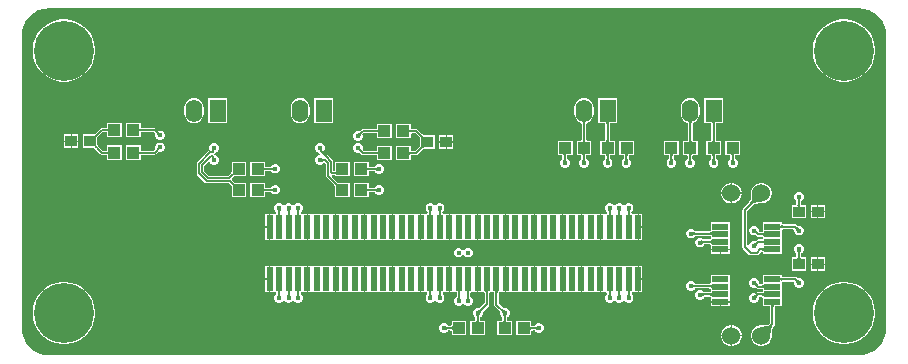
<source format=gtl>
G04*
G04 #@! TF.GenerationSoftware,Altium Limited,Altium Designer,24.2.2 (26)*
G04*
G04 Layer_Physical_Order=1*
G04 Layer_Color=255*
%FSLAX44Y44*%
%MOMM*%
G71*
G04*
G04 #@! TF.SameCoordinates,AE1E6ACB-0CC1-432D-8EAE-CAE1C6468999*
G04*
G04*
G04 #@! TF.FilePolarity,Positive*
G04*
G01*
G75*
%ADD13C,0.1270*%
%ADD14R,1.0500X1.0000*%
%ADD15R,1.0000X0.9500*%
%ADD16R,1.4224X0.5080*%
%ADD17R,0.5000X2.0000*%
%ADD27C,0.2032*%
%ADD28O,1.3970X1.9050*%
%ADD29R,1.3970X1.9050*%
%ADD30C,1.5240*%
%ADD31C,5.0800*%
%ADD32C,0.4572*%
%ADD33C,0.4524*%
G36*
X347406Y181404D02*
X351739Y180090D01*
X355733Y177955D01*
X359233Y175083D01*
X362105Y171583D01*
X364240Y167589D01*
X365554Y163256D01*
X365989Y158848D01*
X365969Y158750D01*
Y-88900D01*
X365989Y-88997D01*
X365554Y-93406D01*
X364240Y-97739D01*
X362105Y-101733D01*
X359233Y-105233D01*
X355733Y-108105D01*
X351739Y-110240D01*
X347406Y-111554D01*
X342998Y-111989D01*
X342900Y-111969D01*
X-342900D01*
X-342998Y-111989D01*
X-347406Y-111554D01*
X-351739Y-110240D01*
X-355733Y-108105D01*
X-359233Y-105233D01*
X-362105Y-101733D01*
X-364240Y-97739D01*
X-365554Y-93406D01*
X-365989Y-88997D01*
X-365969Y-88900D01*
Y158750D01*
X-365989Y158848D01*
X-365554Y163256D01*
X-364240Y167589D01*
X-362105Y171583D01*
X-359233Y175083D01*
X-355733Y177955D01*
X-351739Y180090D01*
X-347406Y181404D01*
X-342998Y181839D01*
X-342900Y181819D01*
X342900D01*
X342998Y181839D01*
X347406Y181404D01*
D02*
G37*
%LPC*%
G36*
X332279Y172466D02*
X328121D01*
X324014Y171816D01*
X320060Y170531D01*
X316355Y168643D01*
X312991Y166199D01*
X310051Y163259D01*
X307607Y159895D01*
X305719Y156190D01*
X304435Y152236D01*
X303784Y148129D01*
Y143971D01*
X304435Y139864D01*
X305719Y135910D01*
X307607Y132205D01*
X310051Y128841D01*
X312991Y125901D01*
X316355Y123457D01*
X320060Y121569D01*
X324014Y120284D01*
X328121Y119634D01*
X332279D01*
X336386Y120284D01*
X340340Y121569D01*
X344045Y123457D01*
X347409Y125901D01*
X350349Y128841D01*
X352793Y132205D01*
X354681Y135910D01*
X355966Y139864D01*
X356616Y143971D01*
Y148129D01*
X355966Y152236D01*
X354681Y156190D01*
X352793Y159895D01*
X350349Y163259D01*
X347409Y166199D01*
X344045Y168643D01*
X340340Y170531D01*
X336386Y171816D01*
X332279Y172466D01*
D02*
G37*
G36*
X-328121D02*
X-332279D01*
X-336386Y171816D01*
X-340340Y170531D01*
X-344045Y168643D01*
X-347409Y166199D01*
X-350349Y163259D01*
X-352793Y159895D01*
X-354681Y156190D01*
X-355965Y152236D01*
X-356616Y148129D01*
Y143971D01*
X-355965Y139864D01*
X-354681Y135910D01*
X-352793Y132205D01*
X-350349Y128841D01*
X-347409Y125901D01*
X-344045Y123457D01*
X-340340Y121569D01*
X-336386Y120284D01*
X-332279Y119634D01*
X-328121D01*
X-324014Y120284D01*
X-320060Y121569D01*
X-316355Y123457D01*
X-312991Y125901D01*
X-310051Y128841D01*
X-307607Y132205D01*
X-305719Y135910D01*
X-304434Y139864D01*
X-303784Y143971D01*
Y148129D01*
X-304434Y152236D01*
X-305719Y156190D01*
X-307607Y159895D01*
X-310051Y163259D01*
X-312991Y166199D01*
X-316355Y168643D01*
X-320060Y170531D01*
X-324014Y171816D01*
X-328121Y172466D01*
D02*
G37*
G36*
X-102174Y105791D02*
X-118176D01*
Y84709D01*
X-102174D01*
Y105791D01*
D02*
G37*
G36*
X-192024D02*
X-208026D01*
Y84709D01*
X-192024D01*
Y105791D01*
D02*
G37*
G36*
X-130175Y105860D02*
X-132264Y105585D01*
X-134210Y104779D01*
X-135881Y103496D01*
X-137164Y101825D01*
X-137970Y99879D01*
X-138245Y97790D01*
Y92710D01*
X-137970Y90621D01*
X-137164Y88675D01*
X-135881Y87004D01*
X-134210Y85721D01*
X-132264Y84915D01*
X-130175Y84640D01*
X-128086Y84915D01*
X-126140Y85721D01*
X-124469Y87004D01*
X-123186Y88675D01*
X-122380Y90621D01*
X-122105Y92710D01*
Y97790D01*
X-122380Y99879D01*
X-123186Y101825D01*
X-124469Y103496D01*
X-126140Y104779D01*
X-128086Y105585D01*
X-130175Y105860D01*
D02*
G37*
G36*
X-220025D02*
X-222114Y105585D01*
X-224060Y104779D01*
X-225731Y103496D01*
X-227014Y101825D01*
X-227820Y99879D01*
X-228095Y97790D01*
Y92710D01*
X-227820Y90621D01*
X-227014Y88675D01*
X-225731Y87004D01*
X-224060Y85721D01*
X-222114Y84915D01*
X-220025Y84640D01*
X-217936Y84915D01*
X-215990Y85721D01*
X-214319Y87004D01*
X-213036Y88675D01*
X-212230Y90621D01*
X-211955Y92710D01*
Y97790D01*
X-212230Y99879D01*
X-213036Y101825D01*
X-214319Y103496D01*
X-215990Y104779D01*
X-217936Y105585D01*
X-220025Y105860D01*
D02*
G37*
G36*
X-52534Y84121D02*
X-65066D01*
Y79849D01*
X-65111Y79845D01*
X-65318Y79839D01*
X-65433Y79788D01*
X-76835D01*
X-77479Y79660D01*
X-78025Y79295D01*
X-79863Y77458D01*
X-79934Y77432D01*
X-80484Y77660D01*
X-82076D01*
X-83546Y77051D01*
X-84671Y75926D01*
X-85280Y74456D01*
Y72864D01*
X-84671Y71394D01*
X-83546Y70269D01*
X-82076Y69660D01*
X-80484D01*
X-79014Y70269D01*
X-77889Y71394D01*
X-77280Y72864D01*
Y74456D01*
X-77508Y75006D01*
X-77482Y75077D01*
X-76138Y76422D01*
X-65433D01*
X-65318Y76371D01*
X-65111Y76365D01*
X-65066Y76361D01*
Y72089D01*
X-52534D01*
Y84121D01*
D02*
G37*
G36*
X-281134Y84756D02*
X-293666D01*
Y80483D01*
X-293704Y80480D01*
X-293918Y80474D01*
X-294032Y80423D01*
X-298075D01*
X-298719Y80295D01*
X-299265Y79930D01*
X-303516Y75680D01*
X-303630Y75637D01*
X-304110Y75190D01*
X-304278Y75054D01*
X-304382Y74981D01*
X-304622D01*
X-304677Y75004D01*
X-304732Y74981D01*
X-304821D01*
X-304856Y74989D01*
X-304869Y74981D01*
X-313866D01*
Y63449D01*
X-304869D01*
X-304856Y63441D01*
X-304821Y63449D01*
X-304732D01*
X-304677Y63426D01*
X-304622Y63449D01*
X-304382D01*
X-304290Y63384D01*
X-303883Y63038D01*
X-303645Y62807D01*
X-303525Y62760D01*
X-299265Y58500D01*
X-298719Y58135D01*
X-298075Y58007D01*
X-294032D01*
X-293918Y57956D01*
X-293704Y57950D01*
X-293666Y57947D01*
Y53674D01*
X-281134D01*
Y65706D01*
X-293666D01*
Y61433D01*
X-293704Y61430D01*
X-293918Y61424D01*
X-294032Y61373D01*
X-297378D01*
X-301135Y65131D01*
X-301178Y65245D01*
X-301625Y65725D01*
X-301761Y65893D01*
X-301834Y65997D01*
Y66237D01*
X-301811Y66291D01*
X-301834Y66347D01*
Y66437D01*
X-301826Y66471D01*
X-301834Y66484D01*
Y71946D01*
X-301826Y71959D01*
X-301834Y71993D01*
Y72084D01*
X-301811Y72139D01*
X-301834Y72193D01*
Y72433D01*
X-301769Y72525D01*
X-301423Y72932D01*
X-301192Y73170D01*
X-301145Y73290D01*
X-297378Y77057D01*
X-294032D01*
X-293918Y77006D01*
X-293704Y77000D01*
X-293666Y76997D01*
Y72724D01*
X-281134D01*
Y84756D01*
D02*
G37*
G36*
X-265134D02*
X-277666D01*
Y72724D01*
X-265134D01*
Y76996D01*
X-265089Y77000D01*
X-264882Y77006D01*
X-264767Y77057D01*
X-254062D01*
X-252718Y75712D01*
X-252692Y75641D01*
X-252920Y75091D01*
Y73499D01*
X-252311Y72029D01*
X-251186Y70904D01*
X-249716Y70295D01*
X-248124D01*
X-246654Y70904D01*
X-245529Y72029D01*
X-244920Y73499D01*
Y75091D01*
X-245529Y76561D01*
X-246654Y77686D01*
X-248124Y78295D01*
X-249716D01*
X-250266Y78067D01*
X-250337Y78093D01*
X-252175Y79930D01*
X-252721Y80295D01*
X-253365Y80423D01*
X-264767D01*
X-264882Y80474D01*
X-265089Y80480D01*
X-265134Y80484D01*
Y84756D01*
D02*
G37*
G36*
X-317834Y74981D02*
X-323342D01*
Y69723D01*
X-317834D01*
Y74981D01*
D02*
G37*
G36*
X-324358D02*
X-329866D01*
Y69723D01*
X-324358D01*
Y74981D01*
D02*
G37*
G36*
X-334Y74346D02*
X-5842D01*
Y69088D01*
X-334D01*
Y74346D01*
D02*
G37*
G36*
X-6858D02*
X-12366D01*
Y69088D01*
X-6858D01*
Y74346D01*
D02*
G37*
G36*
X-317834Y68707D02*
X-323342D01*
Y63449D01*
X-317834D01*
Y68707D01*
D02*
G37*
G36*
X-324358D02*
X-329866D01*
Y63449D01*
X-324358D01*
Y68707D01*
D02*
G37*
G36*
X-334Y68072D02*
X-5842D01*
Y62814D01*
X-334D01*
Y68072D01*
D02*
G37*
G36*
X-6858D02*
X-12366D01*
Y62814D01*
X-6858D01*
Y68072D01*
D02*
G37*
G36*
X-248124Y68135D02*
X-249716D01*
X-251186Y67526D01*
X-252311Y66401D01*
X-252920Y64931D01*
Y63339D01*
X-252692Y62789D01*
X-252718Y62718D01*
X-254062Y61373D01*
X-264767D01*
X-264882Y61424D01*
X-265089Y61430D01*
X-265134Y61434D01*
Y65706D01*
X-277666D01*
Y53674D01*
X-265134D01*
Y57946D01*
X-265089Y57950D01*
X-264882Y57956D01*
X-264767Y58007D01*
X-253365D01*
X-252721Y58135D01*
X-252175Y58500D01*
X-250337Y60337D01*
X-250266Y60363D01*
X-249716Y60135D01*
X-248124D01*
X-246654Y60744D01*
X-245529Y61869D01*
X-244920Y63339D01*
Y64931D01*
X-245529Y66401D01*
X-246654Y67526D01*
X-248124Y68135D01*
D02*
G37*
G36*
X-36534Y84121D02*
X-49066D01*
Y72089D01*
X-36534D01*
Y75304D01*
X-35289Y76422D01*
X-32822D01*
X-29065Y72664D01*
X-29022Y72550D01*
X-28575Y72070D01*
X-28439Y71902D01*
X-28366Y71798D01*
Y71558D01*
X-28389Y71504D01*
X-28366Y71448D01*
Y71358D01*
X-28374Y71324D01*
X-28366Y71311D01*
Y65849D01*
X-28374Y65836D01*
X-28366Y65802D01*
Y65711D01*
X-28389Y65656D01*
X-28366Y65602D01*
Y65362D01*
X-28431Y65270D01*
X-28777Y64863D01*
X-29008Y64625D01*
X-29055Y64505D01*
X-32822Y60738D01*
X-36168D01*
X-36282Y60789D01*
X-36496Y60795D01*
X-36534Y60798D01*
Y65071D01*
X-49066D01*
Y53039D01*
X-36534D01*
Y57312D01*
X-36496Y57315D01*
X-36282Y57321D01*
X-36168Y57372D01*
X-32125D01*
X-31481Y57500D01*
X-30935Y57865D01*
X-26684Y62115D01*
X-26570Y62158D01*
X-26090Y62605D01*
X-25922Y62741D01*
X-25818Y62814D01*
X-25578D01*
X-25523Y62791D01*
X-25468Y62814D01*
X-25378D01*
X-25344Y62806D01*
X-25331Y62814D01*
X-16334D01*
Y74346D01*
X-25331D01*
X-25344Y74354D01*
X-25378Y74346D01*
X-25468D01*
X-25523Y74369D01*
X-25578Y74346D01*
X-25818D01*
X-25910Y74411D01*
X-26316Y74757D01*
X-26555Y74988D01*
X-26675Y75035D01*
X-30935Y79295D01*
X-31481Y79660D01*
X-32125Y79788D01*
X-36168D01*
X-36282Y79839D01*
X-36496Y79845D01*
X-36534Y79848D01*
Y84121D01*
D02*
G37*
G36*
X-80484Y67500D02*
X-82076D01*
X-83546Y66891D01*
X-84671Y65766D01*
X-85280Y64296D01*
Y62704D01*
X-84671Y61234D01*
X-83546Y60109D01*
X-82076Y59500D01*
X-80484D01*
X-79934Y59728D01*
X-79863Y59702D01*
X-78025Y57865D01*
X-77479Y57500D01*
X-76835Y57372D01*
X-65433D01*
X-65318Y57321D01*
X-65111Y57315D01*
X-65066Y57311D01*
Y53039D01*
X-52534D01*
Y65071D01*
X-65066D01*
Y60799D01*
X-65111Y60795D01*
X-65318Y60789D01*
X-65433Y60738D01*
X-76138D01*
X-77482Y62083D01*
X-77508Y62154D01*
X-77280Y62704D01*
Y64296D01*
X-77889Y65766D01*
X-79014Y66891D01*
X-80484Y67500D01*
D02*
G37*
G36*
X228026Y105791D02*
X212024D01*
Y84709D01*
X217787D01*
X217803Y84671D01*
X217842Y84526D01*
X217877Y84316D01*
X217900Y84047D01*
X217910Y83694D01*
X217953Y83597D01*
Y70628D01*
X217910Y70530D01*
X217900Y70172D01*
X217876Y69896D01*
X217841Y69680D01*
X217801Y69529D01*
X217796Y69516D01*
X213759D01*
Y57484D01*
X217698D01*
X217703Y57471D01*
X217743Y57320D01*
X217779Y57104D01*
X217803Y56828D01*
X217812Y56470D01*
X217856Y56372D01*
Y54401D01*
X217838Y54362D01*
X217662Y54289D01*
X216537Y53163D01*
X215928Y51693D01*
Y50102D01*
X216537Y48632D01*
X217662Y47506D01*
X219132Y46898D01*
X220723D01*
X222193Y47506D01*
X223319Y48632D01*
X223927Y50102D01*
Y51693D01*
X223319Y53163D01*
X222193Y54289D01*
X222017Y54362D01*
X221999Y54401D01*
Y56372D01*
X222043Y56470D01*
X222052Y56828D01*
X222076Y57104D01*
X222111Y57320D01*
X222152Y57471D01*
X222157Y57484D01*
X226291D01*
Y69516D01*
X222254D01*
X222249Y69529D01*
X222209Y69680D01*
X222174Y69896D01*
X222150Y70172D01*
X222140Y70530D01*
X222097Y70628D01*
Y83597D01*
X222140Y83694D01*
X222150Y84047D01*
X222173Y84316D01*
X222208Y84526D01*
X222248Y84671D01*
X222263Y84709D01*
X228026D01*
Y105791D01*
D02*
G37*
G36*
X200025Y105860D02*
X197936Y105585D01*
X195990Y104779D01*
X194319Y103496D01*
X193036Y101825D01*
X192230Y99879D01*
X191955Y97790D01*
Y92710D01*
X192230Y90621D01*
X193036Y88675D01*
X194319Y87004D01*
X195990Y85721D01*
X197780Y84979D01*
X197792Y84948D01*
X197837Y84756D01*
X197875Y84495D01*
X197900Y84171D01*
X197910Y83764D01*
X197953Y83666D01*
Y70628D01*
X197910Y70530D01*
X197900Y70172D01*
X197876Y69896D01*
X197841Y69680D01*
X197801Y69529D01*
X197796Y69516D01*
X193759D01*
Y57484D01*
X197698D01*
X197703Y57471D01*
X197743Y57320D01*
X197779Y57104D01*
X197803Y56828D01*
X197812Y56470D01*
X197856Y56372D01*
Y54401D01*
X197838Y54362D01*
X197662Y54289D01*
X196537Y53163D01*
X195928Y51693D01*
Y50102D01*
X196537Y48632D01*
X197662Y47506D01*
X199132Y46898D01*
X200723D01*
X202193Y47506D01*
X203319Y48632D01*
X203927Y50102D01*
Y51693D01*
X203319Y53163D01*
X202193Y54289D01*
X202017Y54362D01*
X201999Y54401D01*
Y56372D01*
X202043Y56470D01*
X202052Y56828D01*
X202076Y57104D01*
X202111Y57320D01*
X202152Y57471D01*
X202157Y57484D01*
X206291D01*
Y69516D01*
X202254D01*
X202249Y69529D01*
X202209Y69680D01*
X202174Y69896D01*
X202150Y70172D01*
X202140Y70530D01*
X202097Y70628D01*
Y83666D01*
X202140Y83764D01*
X202150Y84171D01*
X202175Y84495D01*
X202213Y84756D01*
X202258Y84948D01*
X202270Y84979D01*
X204060Y85721D01*
X205731Y87004D01*
X207014Y88675D01*
X207820Y90621D01*
X208095Y92710D01*
Y97790D01*
X207820Y99879D01*
X207014Y101825D01*
X205731Y103496D01*
X204060Y104779D01*
X202114Y105585D01*
X200025Y105860D01*
D02*
G37*
G36*
X138176Y105791D02*
X122174D01*
Y84709D01*
X127937D01*
X127952Y84671D01*
X127992Y84526D01*
X128027Y84316D01*
X128050Y84047D01*
X128060Y83694D01*
X128103Y83597D01*
Y70628D01*
X128060Y70530D01*
X128050Y70172D01*
X128026Y69896D01*
X127991Y69680D01*
X127951Y69529D01*
X127946Y69516D01*
X123909D01*
Y57484D01*
X127848D01*
X127853Y57471D01*
X127893Y57320D01*
X127929Y57104D01*
X127953Y56828D01*
X127962Y56470D01*
X128006Y56372D01*
Y54401D01*
X127989Y54362D01*
X127812Y54289D01*
X126686Y53163D01*
X126077Y51693D01*
Y50102D01*
X126686Y48632D01*
X127812Y47506D01*
X129282Y46898D01*
X130873D01*
X132343Y47506D01*
X133469Y48632D01*
X134078Y50102D01*
Y51693D01*
X133469Y53163D01*
X132343Y54289D01*
X132167Y54362D01*
X132149Y54401D01*
Y56372D01*
X132193Y56470D01*
X132202Y56828D01*
X132226Y57104D01*
X132261Y57320D01*
X132302Y57471D01*
X132307Y57484D01*
X136441D01*
Y69516D01*
X132404D01*
X132399Y69529D01*
X132359Y69680D01*
X132324Y69896D01*
X132300Y70172D01*
X132290Y70530D01*
X132247Y70628D01*
Y83597D01*
X132290Y83694D01*
X132300Y84047D01*
X132323Y84316D01*
X132358Y84526D01*
X132397Y84671D01*
X132413Y84709D01*
X138176D01*
Y105791D01*
D02*
G37*
G36*
X110175Y105860D02*
X108086Y105585D01*
X106140Y104779D01*
X104469Y103496D01*
X103186Y101825D01*
X102380Y99879D01*
X102105Y97790D01*
Y92710D01*
X102380Y90621D01*
X103186Y88675D01*
X104469Y87004D01*
X106140Y85721D01*
X107930Y84979D01*
X107942Y84948D01*
X107987Y84756D01*
X108025Y84495D01*
X108050Y84171D01*
X108060Y83764D01*
X108103Y83666D01*
Y70628D01*
X108060Y70530D01*
X108050Y70172D01*
X108026Y69896D01*
X107991Y69680D01*
X107951Y69529D01*
X107946Y69516D01*
X103909D01*
Y57484D01*
X107848D01*
X107853Y57471D01*
X107893Y57320D01*
X107929Y57104D01*
X107953Y56828D01*
X107962Y56470D01*
X108006Y56372D01*
Y54401D01*
X107989Y54362D01*
X107812Y54289D01*
X106686Y53163D01*
X106077Y51693D01*
Y50102D01*
X106686Y48632D01*
X107812Y47506D01*
X109282Y46898D01*
X110873D01*
X112343Y47506D01*
X113469Y48632D01*
X114078Y50102D01*
Y51693D01*
X113469Y53163D01*
X112343Y54289D01*
X112167Y54362D01*
X112149Y54401D01*
Y56372D01*
X112193Y56470D01*
X112202Y56828D01*
X112226Y57104D01*
X112261Y57320D01*
X112302Y57471D01*
X112307Y57484D01*
X116441D01*
Y69516D01*
X112404D01*
X112399Y69529D01*
X112359Y69680D01*
X112324Y69896D01*
X112300Y70172D01*
X112290Y70530D01*
X112247Y70628D01*
Y83666D01*
X112290Y83764D01*
X112300Y84171D01*
X112325Y84495D01*
X112363Y84756D01*
X112408Y84948D01*
X112420Y84979D01*
X114210Y85721D01*
X115881Y87004D01*
X117164Y88675D01*
X117970Y90621D01*
X118245Y92710D01*
Y97790D01*
X117970Y99879D01*
X117164Y101825D01*
X115881Y103496D01*
X114210Y104779D01*
X112264Y105585D01*
X110175Y105860D01*
D02*
G37*
G36*
X242291Y69516D02*
X229759D01*
Y57484D01*
X233991D01*
X233996Y57471D01*
X234036Y57320D01*
X234071Y57104D01*
X234095Y56828D01*
X234105Y56470D01*
X234148Y56372D01*
Y54303D01*
X234131Y54264D01*
X233954Y54191D01*
X232829Y53066D01*
X232220Y51596D01*
Y50004D01*
X232829Y48534D01*
X233954Y47409D01*
X235424Y46800D01*
X237016D01*
X238486Y47409D01*
X239611Y48534D01*
X240220Y50004D01*
Y51596D01*
X239611Y53066D01*
X238486Y54191D01*
X238309Y54264D01*
X238292Y54303D01*
Y56372D01*
X238335Y56470D01*
X238345Y56828D01*
X238369Y57104D01*
X238404Y57320D01*
X238444Y57471D01*
X238449Y57484D01*
X242291D01*
Y69516D01*
D02*
G37*
G36*
X190291D02*
X177759D01*
Y57484D01*
X181921D01*
X181926Y57471D01*
X181966Y57320D01*
X182001Y57104D01*
X182025Y56828D01*
X182035Y56470D01*
X182078Y56372D01*
Y54303D01*
X182061Y54264D01*
X181884Y54191D01*
X180759Y53066D01*
X180150Y51596D01*
Y50004D01*
X180759Y48534D01*
X181884Y47409D01*
X183354Y46800D01*
X184946D01*
X186416Y47409D01*
X187541Y48534D01*
X188150Y50004D01*
Y51596D01*
X187541Y53066D01*
X186416Y54191D01*
X186239Y54264D01*
X186222Y54303D01*
Y56372D01*
X186265Y56470D01*
X186275Y56828D01*
X186299Y57104D01*
X186334Y57320D01*
X186374Y57471D01*
X186379Y57484D01*
X190291D01*
Y69516D01*
D02*
G37*
G36*
X152441D02*
X139909D01*
Y57484D01*
X143821D01*
X143826Y57471D01*
X143866Y57320D01*
X143901Y57104D01*
X143925Y56828D01*
X143935Y56470D01*
X143978Y56372D01*
Y54303D01*
X143961Y54264D01*
X143784Y54191D01*
X142659Y53066D01*
X142050Y51596D01*
Y50004D01*
X142659Y48534D01*
X143784Y47409D01*
X145254Y46800D01*
X146846D01*
X148316Y47409D01*
X149441Y48534D01*
X150050Y50004D01*
Y51596D01*
X149441Y53066D01*
X148316Y54191D01*
X148139Y54264D01*
X148122Y54303D01*
Y56372D01*
X148165Y56470D01*
X148175Y56828D01*
X148199Y57104D01*
X148234Y57320D01*
X148274Y57471D01*
X148279Y57484D01*
X152441D01*
Y69516D01*
D02*
G37*
G36*
X100441D02*
X87909D01*
Y57484D01*
X91751D01*
X91756Y57471D01*
X91796Y57320D01*
X91831Y57104D01*
X91855Y56828D01*
X91865Y56470D01*
X91908Y56372D01*
Y54303D01*
X91891Y54264D01*
X91714Y54191D01*
X90589Y53066D01*
X89980Y51596D01*
Y50004D01*
X90589Y48534D01*
X91714Y47409D01*
X93184Y46800D01*
X94776D01*
X96246Y47409D01*
X97371Y48534D01*
X97980Y50004D01*
Y51596D01*
X97371Y53066D01*
X96246Y54191D01*
X96069Y54264D01*
X96052Y54303D01*
Y56372D01*
X96095Y56470D01*
X96105Y56828D01*
X96129Y57104D01*
X96164Y57320D01*
X96204Y57471D01*
X96209Y57484D01*
X100441D01*
Y69516D01*
D02*
G37*
G36*
X-159734Y52016D02*
X-172266D01*
Y39984D01*
X-159734D01*
Y44257D01*
X-159696Y44260D01*
X-159482Y44266D01*
X-159368Y44317D01*
X-154827D01*
X-154759Y44284D01*
X-154531Y43734D01*
X-153406Y42609D01*
X-151936Y42000D01*
X-150344D01*
X-148874Y42609D01*
X-147749Y43734D01*
X-147140Y45204D01*
Y46796D01*
X-147749Y48266D01*
X-148874Y49391D01*
X-150344Y50000D01*
X-151936D01*
X-153406Y49391D01*
X-154531Y48266D01*
X-154759Y47716D01*
X-154827Y47683D01*
X-159368D01*
X-159482Y47734D01*
X-159696Y47740D01*
X-159734Y47743D01*
Y52016D01*
D02*
G37*
G36*
X-72094Y51736D02*
X-84626D01*
Y39704D01*
X-72094D01*
Y43976D01*
X-72049Y43980D01*
X-71842Y43986D01*
X-71727Y44037D01*
X-67188D01*
X-67119Y44004D01*
X-66891Y43454D01*
X-65766Y42329D01*
X-64296Y41720D01*
X-62704D01*
X-61234Y42329D01*
X-60109Y43454D01*
X-59500Y44924D01*
Y46516D01*
X-60109Y47986D01*
X-61234Y49111D01*
X-62704Y49720D01*
X-64296D01*
X-65766Y49111D01*
X-66891Y47986D01*
X-67119Y47436D01*
X-67188Y47403D01*
X-71727D01*
X-71842Y47454D01*
X-72049Y47460D01*
X-72094Y47464D01*
Y51736D01*
D02*
G37*
G36*
X-202404Y67500D02*
X-203996D01*
X-205466Y66891D01*
X-206591Y65766D01*
X-207200Y64296D01*
Y62704D01*
X-206887Y61948D01*
X-207195Y61372D01*
X-207741Y61007D01*
X-217344Y51404D01*
X-217709Y50858D01*
X-217837Y50213D01*
Y42023D01*
X-217709Y41378D01*
X-217344Y40832D01*
X-210628Y34116D01*
X-210082Y33751D01*
X-209437Y33623D01*
X-190033D01*
X-188966Y32555D01*
X-188923Y32441D01*
X-188484Y31968D01*
X-188353Y31804D01*
X-188266Y31679D01*
Y31522D01*
X-188319Y31393D01*
X-188285Y31310D01*
X-188306Y31222D01*
X-188266Y31157D01*
Y22204D01*
X-175734D01*
Y34236D01*
X-185187D01*
X-185252Y34276D01*
X-185340Y34255D01*
X-185424Y34289D01*
X-185552Y34236D01*
X-185709D01*
X-185822Y34314D01*
X-186221Y34652D01*
X-186456Y34879D01*
X-186575Y34926D01*
X-188146Y36496D01*
X-187966Y37904D01*
X-186585Y39284D01*
X-186471Y39327D01*
X-185998Y39766D01*
X-185834Y39897D01*
X-185709Y39984D01*
X-185552D01*
X-185424Y39931D01*
X-185340Y39965D01*
X-185252Y39944D01*
X-185187Y39984D01*
X-175734D01*
Y52016D01*
X-188266D01*
Y43063D01*
X-188306Y42998D01*
X-188285Y42910D01*
X-188319Y42827D01*
X-188266Y42698D01*
Y42541D01*
X-188344Y42428D01*
X-188682Y42029D01*
X-188909Y41794D01*
X-188956Y41675D01*
X-190847Y39783D01*
X-207583D01*
X-211677Y43877D01*
Y48359D01*
X-208257Y51778D01*
X-206759Y51480D01*
X-206591Y51074D01*
X-205466Y49949D01*
X-203996Y49340D01*
X-202404D01*
X-200934Y49949D01*
X-199809Y51074D01*
X-199200Y52544D01*
Y54136D01*
X-199809Y55606D01*
X-200934Y56731D01*
X-202288Y57292D01*
X-202407Y57469D01*
X-202483Y57545D01*
X-203023Y58420D01*
X-202483Y59295D01*
X-202407Y59371D01*
X-202288Y59548D01*
X-200934Y60109D01*
X-199809Y61234D01*
X-199200Y62704D01*
Y64296D01*
X-199809Y65766D01*
X-200934Y66891D01*
X-202404Y67500D01*
D02*
G37*
G36*
X-112554D02*
X-114146D01*
X-115616Y66891D01*
X-116741Y65766D01*
X-117350Y64296D01*
Y62704D01*
X-116741Y61234D01*
X-115616Y60109D01*
X-114146Y59500D01*
X-113881D01*
X-112991Y58610D01*
X-113517Y57340D01*
X-114146D01*
X-115616Y56731D01*
X-116741Y55606D01*
X-117350Y54136D01*
Y52544D01*
X-116741Y51074D01*
X-115616Y49949D01*
X-114146Y49340D01*
X-112554D01*
X-111084Y49949D01*
X-110458Y50575D01*
X-109426Y50603D01*
X-108363Y49562D01*
Y40010D01*
X-108235Y39366D01*
X-107870Y38820D01*
X-101762Y32712D01*
X-101714Y32591D01*
X-101392Y32261D01*
X-100890Y31694D01*
X-100729Y31486D01*
X-100626Y31333D01*
Y31168D01*
X-100649Y31114D01*
X-100626Y31058D01*
Y21924D01*
X-88094D01*
Y33956D01*
X-97729D01*
X-97783Y33979D01*
X-97838Y33956D01*
X-98003D01*
X-98134Y34044D01*
X-98939Y34730D01*
X-99261Y35044D01*
X-99382Y35092D01*
X-103500Y39211D01*
X-103292Y39922D01*
X-102928Y40434D01*
X-100992D01*
X-100878Y40383D01*
X-100664Y40378D01*
X-100626Y40375D01*
Y39704D01*
X-88094D01*
Y51736D01*
X-100626D01*
Y43861D01*
X-100664Y43858D01*
X-100878Y43852D01*
X-100992Y43801D01*
X-102203D01*
Y51957D01*
X-102331Y52601D01*
X-102696Y53148D01*
X-107095Y57547D01*
X-107310Y57691D01*
X-110406Y60787D01*
X-109959Y61234D01*
X-109350Y62704D01*
Y64296D01*
X-109959Y65766D01*
X-111084Y66891D01*
X-112554Y67500D01*
D02*
G37*
G36*
X236087Y34036D02*
X235458D01*
Y25908D01*
X243586D01*
Y26537D01*
X242997Y28733D01*
X241861Y30703D01*
X240253Y32311D01*
X238283Y33447D01*
X236087Y34036D01*
D02*
G37*
G36*
X234442D02*
X233813D01*
X231617Y33447D01*
X229647Y32311D01*
X228039Y30703D01*
X226903Y28733D01*
X226314Y26537D01*
Y25908D01*
X234442D01*
Y34036D01*
D02*
G37*
G36*
X-159734Y34236D02*
X-172266D01*
Y22204D01*
X-159734D01*
Y26477D01*
X-159696Y26480D01*
X-159482Y26486D01*
X-159368Y26537D01*
X-154827D01*
X-154759Y26504D01*
X-154531Y25954D01*
X-153406Y24829D01*
X-151936Y24220D01*
X-150344D01*
X-148874Y24829D01*
X-147749Y25954D01*
X-147140Y27424D01*
Y29016D01*
X-147749Y30486D01*
X-148874Y31611D01*
X-150344Y32220D01*
X-151936D01*
X-153406Y31611D01*
X-154531Y30486D01*
X-154759Y29936D01*
X-154827Y29903D01*
X-159368D01*
X-159482Y29954D01*
X-159696Y29960D01*
X-159734Y29963D01*
Y34236D01*
D02*
G37*
G36*
X-72094Y33956D02*
X-84626D01*
Y21924D01*
X-72094D01*
Y26196D01*
X-72049Y26200D01*
X-71842Y26206D01*
X-71727Y26257D01*
X-67188D01*
X-67119Y26224D01*
X-66891Y25674D01*
X-65766Y24549D01*
X-64296Y23940D01*
X-62704D01*
X-61234Y24549D01*
X-60109Y25674D01*
X-59500Y27144D01*
Y28736D01*
X-60109Y30206D01*
X-61234Y31331D01*
X-62704Y31940D01*
X-64296D01*
X-65766Y31331D01*
X-66891Y30206D01*
X-67119Y29656D01*
X-67188Y29623D01*
X-71727D01*
X-71842Y29674D01*
X-72049Y29680D01*
X-72094Y29684D01*
Y33956D01*
D02*
G37*
G36*
X243586Y24892D02*
X235458D01*
Y16764D01*
X236087D01*
X238283Y17352D01*
X240253Y18490D01*
X241861Y20097D01*
X242997Y22067D01*
X243586Y24263D01*
Y24892D01*
D02*
G37*
G36*
X234442D02*
X226314D01*
Y24263D01*
X226903Y22067D01*
X228039Y20097D01*
X229647Y18490D01*
X231617Y17352D01*
X233813Y16764D01*
X234442D01*
Y24892D01*
D02*
G37*
G36*
X148796Y16700D02*
X147204D01*
X145734Y16091D01*
X144720Y15077D01*
X144000Y15017D01*
X143280Y15077D01*
X142266Y16091D01*
X140796Y16700D01*
X139204D01*
X137734Y16091D01*
X136720Y15077D01*
X136000Y15017D01*
X135280Y15077D01*
X134266Y16091D01*
X132796Y16700D01*
X131204D01*
X129734Y16091D01*
X128609Y14966D01*
X128000Y13496D01*
Y11904D01*
X128609Y10434D01*
X129734Y9309D01*
X129446Y8054D01*
X129087Y7616D01*
X128484Y7616D01*
X127214Y7616D01*
X124508D01*
Y-3400D01*
Y-14416D01*
X127214D01*
X127516Y-14416D01*
X128786Y-14416D01*
X135214D01*
X135516Y-14416D01*
X136484D01*
X136786Y-14416D01*
X143214D01*
X143516Y-14416D01*
X144484D01*
X144786Y-14416D01*
X151214D01*
X151516Y-14416D01*
X152484D01*
X152786Y-14416D01*
X155492D01*
Y-3400D01*
Y7616D01*
X152786D01*
X152484Y7616D01*
X151516D01*
X150913Y7616D01*
X150554Y8054D01*
X150266Y9309D01*
X151391Y10434D01*
X152000Y11904D01*
Y13496D01*
X151391Y14966D01*
X150266Y16091D01*
X148796Y16700D01*
D02*
G37*
G36*
X-11204D02*
X-12796D01*
X-14266Y16091D01*
X-15280Y15077D01*
X-16000Y15017D01*
X-16720Y15077D01*
X-17734Y16091D01*
X-19204Y16700D01*
X-20796D01*
X-22266Y16091D01*
X-23391Y14966D01*
X-24000Y13496D01*
Y11904D01*
X-23391Y10434D01*
X-22266Y9309D01*
X-22554Y8054D01*
X-22913Y7616D01*
X-24484Y7616D01*
X-24786Y7616D01*
X-27492D01*
Y-3400D01*
Y-14416D01*
X-24786D01*
X-24484Y-14416D01*
X-23516D01*
X-23214Y-14416D01*
X-16786D01*
X-16484Y-14416D01*
X-15516D01*
X-15214Y-14416D01*
X-8786D01*
X-8484Y-14416D01*
X-7516D01*
X-7214Y-14416D01*
X-4508D01*
Y-3400D01*
Y7616D01*
X-7214D01*
X-7516Y7616D01*
X-8484D01*
X-9087Y7616D01*
X-9446Y8054D01*
X-9734Y9309D01*
X-8609Y10434D01*
X-8000Y11904D01*
Y13496D01*
X-8609Y14966D01*
X-9734Y16091D01*
X-11204Y16700D01*
D02*
G37*
G36*
X-131204D02*
X-132796D01*
X-134266Y16091D01*
X-135280Y15077D01*
X-136000Y15017D01*
X-136720Y15077D01*
X-137734Y16091D01*
X-139204Y16700D01*
X-140796D01*
X-142266Y16091D01*
X-143280Y15077D01*
X-144000Y15017D01*
X-144720Y15077D01*
X-145734Y16091D01*
X-147204Y16700D01*
X-148796D01*
X-150266Y16091D01*
X-151391Y14966D01*
X-152000Y13496D01*
Y11904D01*
X-151391Y10434D01*
X-150266Y9309D01*
X-150554Y8054D01*
X-150913Y7616D01*
X-152484Y7616D01*
X-152786Y7616D01*
X-155492D01*
Y-3400D01*
Y-14416D01*
X-152786D01*
X-152484Y-14416D01*
X-151516D01*
X-151214Y-14416D01*
X-144786D01*
X-144484Y-14416D01*
X-143516D01*
X-143214Y-14416D01*
X-136786D01*
X-136484Y-14416D01*
X-135516D01*
X-135214Y-14416D01*
X-128786D01*
X-127516Y-14416D01*
X-127214Y-14416D01*
X-124508D01*
Y-3400D01*
Y7616D01*
X-127214D01*
X-128484Y7616D01*
X-129087Y7616D01*
X-129446Y8054D01*
X-129734Y9309D01*
X-128609Y10434D01*
X-128000Y11904D01*
Y13496D01*
X-128609Y14966D01*
X-129734Y16091D01*
X-131204Y16700D01*
D02*
G37*
G36*
X314116Y15418D02*
X308608D01*
Y10160D01*
X314116D01*
Y15418D01*
D02*
G37*
G36*
X307592D02*
X302084D01*
Y10160D01*
X307592D01*
Y15418D01*
D02*
G37*
G36*
X111516Y7616D02*
X111214Y7616D01*
X108508D01*
Y-3400D01*
Y-14416D01*
X111214D01*
X112484Y-14416D01*
X112786Y-14416D01*
X119214D01*
X119516Y-14416D01*
X120484D01*
X120786Y-14416D01*
X123492D01*
Y-3400D01*
Y7616D01*
X120786D01*
X120484Y7616D01*
X119516D01*
X119214Y7616D01*
X112786D01*
X111516Y7616D01*
D02*
G37*
G36*
X104484D02*
X103516D01*
X103214Y7616D01*
X96786D01*
X96484Y7616D01*
X95516D01*
X95214Y7616D01*
X92508D01*
Y-3400D01*
Y-14416D01*
X95214D01*
X95516Y-14416D01*
X96484D01*
X96786Y-14416D01*
X103214D01*
X103516Y-14416D01*
X104484D01*
X104786Y-14416D01*
X107492D01*
Y-3400D01*
Y7616D01*
X104786D01*
X104484Y7616D01*
D02*
G37*
G36*
X88484D02*
X87516D01*
X87214Y7616D01*
X80786D01*
X80484Y7616D01*
X79214Y7616D01*
X72786D01*
X72484Y7616D01*
X71516D01*
X71214Y7616D01*
X68508D01*
Y-3400D01*
Y-14416D01*
X71214D01*
X71516Y-14416D01*
X72484D01*
X72786Y-14416D01*
X79214D01*
X79516Y-14416D01*
X80786Y-14416D01*
X87214D01*
X87516Y-14416D01*
X88484D01*
X88786Y-14416D01*
X91492D01*
Y-3400D01*
Y7616D01*
X88786D01*
X88484Y7616D01*
D02*
G37*
G36*
X63516D02*
X63214Y7616D01*
X56786D01*
X56484Y7616D01*
X55516D01*
X55214Y7616D01*
X48786D01*
X48484Y7616D01*
X47516D01*
X47214Y7616D01*
X44508D01*
Y-3400D01*
Y-14416D01*
X47214D01*
X47516Y-14416D01*
X48484D01*
X48786Y-14416D01*
X55214D01*
X55516Y-14416D01*
X56484D01*
X56786Y-14416D01*
X63214D01*
X64484Y-14416D01*
X64786Y-14416D01*
X67492D01*
Y-3400D01*
Y7616D01*
X64786D01*
X63516Y7616D01*
D02*
G37*
G36*
X40484D02*
X39516D01*
X39214Y7616D01*
X32786D01*
X32484Y7616D01*
X31516D01*
X31214Y7616D01*
X24786D01*
X24484Y7616D01*
X23516D01*
X23214Y7616D01*
X20508D01*
Y-3400D01*
Y-14416D01*
X23214D01*
X23516Y-14416D01*
X24484D01*
X24786Y-14416D01*
X31214D01*
X31516Y-14416D01*
X32484D01*
X32786Y-14416D01*
X39214D01*
X39516Y-14416D01*
X40484D01*
X40786Y-14416D01*
X43492D01*
Y-3400D01*
Y7616D01*
X40786D01*
X40484Y7616D01*
D02*
G37*
G36*
X16484D02*
X15516D01*
X15214Y7616D01*
X8786D01*
X8484Y7616D01*
X7516D01*
X7214Y7616D01*
X786D01*
X484Y7616D01*
X-484D01*
X-786Y7616D01*
X-3492D01*
Y-3400D01*
Y-14416D01*
X-786D01*
X-484Y-14416D01*
X484D01*
X786Y-14416D01*
X7214D01*
X7516Y-14416D01*
X8484D01*
X8786Y-14416D01*
X15214D01*
X15516Y-14416D01*
X16484D01*
X16786Y-14416D01*
X19492D01*
Y-3400D01*
Y7616D01*
X16786D01*
X16484Y7616D01*
D02*
G37*
G36*
X-31516D02*
X-32484D01*
X-32786Y7616D01*
X-39214D01*
X-39516Y7616D01*
X-40484D01*
X-40786Y7616D01*
X-47214D01*
X-47516Y7616D01*
X-48484D01*
X-48786Y7616D01*
X-51492D01*
Y-3400D01*
Y-14416D01*
X-48786D01*
X-48484Y-14416D01*
X-47516D01*
X-47214Y-14416D01*
X-40786D01*
X-40484Y-14416D01*
X-39516D01*
X-39214Y-14416D01*
X-32786D01*
X-32484Y-14416D01*
X-31516D01*
X-31214Y-14416D01*
X-28508D01*
Y-3400D01*
Y7616D01*
X-31214D01*
X-31516Y7616D01*
D02*
G37*
G36*
X-55516D02*
X-56484D01*
X-56786Y7616D01*
X-63214D01*
X-63516Y7616D01*
X-64786Y7616D01*
X-71214D01*
X-71516Y7616D01*
X-72484D01*
X-72786Y7616D01*
X-75492D01*
Y-3400D01*
Y-14416D01*
X-72786D01*
X-72484Y-14416D01*
X-71516D01*
X-71214Y-14416D01*
X-64786D01*
X-64484Y-14416D01*
X-63214Y-14416D01*
X-56786D01*
X-56484Y-14416D01*
X-55516D01*
X-55214Y-14416D01*
X-52508D01*
Y-3400D01*
Y7616D01*
X-55214D01*
X-55516Y7616D01*
D02*
G37*
G36*
X-80484D02*
X-80786Y7616D01*
X-87214D01*
X-87516Y7616D01*
X-88484D01*
X-88786Y7616D01*
X-95214D01*
X-95516Y7616D01*
X-96484D01*
X-96786Y7616D01*
X-99492D01*
Y-3400D01*
Y-14416D01*
X-96786D01*
X-96484Y-14416D01*
X-95516D01*
X-95214Y-14416D01*
X-88786D01*
X-88484Y-14416D01*
X-87516D01*
X-87214Y-14416D01*
X-80786D01*
X-79516Y-14416D01*
X-79214Y-14416D01*
X-76508D01*
Y-3400D01*
Y7616D01*
X-79214D01*
X-80484Y7616D01*
D02*
G37*
G36*
X-103516D02*
X-104484D01*
X-104786Y7616D01*
X-111214D01*
X-111516Y7616D01*
X-112786Y7616D01*
X-119214D01*
X-119516Y7616D01*
X-120484D01*
X-120786Y7616D01*
X-123492D01*
Y-3400D01*
Y-14416D01*
X-120786D01*
X-120484Y-14416D01*
X-119516D01*
X-119214Y-14416D01*
X-112786D01*
X-112484Y-14416D01*
X-111214Y-14416D01*
X-104786D01*
X-104484Y-14416D01*
X-103516D01*
X-103214Y-14416D01*
X-100508D01*
Y-3400D01*
Y7616D01*
X-103214D01*
X-103516Y7616D01*
D02*
G37*
G36*
X314116Y9144D02*
X308608D01*
Y3886D01*
X314116D01*
Y9144D01*
D02*
G37*
G36*
X307592D02*
X302084D01*
Y3886D01*
X307592D01*
Y9144D01*
D02*
G37*
G36*
X292896Y26352D02*
X291304D01*
X289834Y25743D01*
X288709Y24618D01*
X288100Y23148D01*
Y21556D01*
X288709Y20086D01*
X289834Y18961D01*
X290011Y18888D01*
X290028Y18849D01*
Y16530D01*
X289985Y16432D01*
X289975Y16074D01*
X289951Y15798D01*
X289916Y15582D01*
X289876Y15431D01*
X289871Y15418D01*
X286084D01*
Y3886D01*
X298116D01*
Y15418D01*
X294329D01*
X294324Y15431D01*
X294284Y15582D01*
X294249Y15798D01*
X294225Y16074D01*
X294215Y16432D01*
X294172Y16530D01*
Y18849D01*
X294189Y18888D01*
X294366Y18961D01*
X295491Y20086D01*
X296100Y21556D01*
Y23148D01*
X295491Y24618D01*
X294366Y25743D01*
X292896Y26352D01*
D02*
G37*
G36*
X156508Y7616D02*
Y-2892D01*
X159516D01*
Y7616D01*
X156508D01*
D02*
G37*
G36*
X-156508D02*
X-159516D01*
Y-2892D01*
X-156508D01*
Y7616D01*
D02*
G37*
G36*
X233680Y508D02*
X217424D01*
Y-5842D01*
X217424D01*
Y-6658D01*
X217396Y-6669D01*
X217248Y-6708D01*
X217035Y-6742D01*
X216764Y-6766D01*
X216410Y-6775D01*
X216312Y-6818D01*
X204163D01*
X204124Y-6801D01*
X204051Y-6624D01*
X202926Y-5499D01*
X201456Y-4890D01*
X199864D01*
X198394Y-5499D01*
X197269Y-6624D01*
X196660Y-8094D01*
Y-9686D01*
X197269Y-11156D01*
X198394Y-12281D01*
X199864Y-12890D01*
X201456D01*
X202926Y-12281D01*
X204051Y-11156D01*
X204124Y-10979D01*
X204163Y-10962D01*
X216312D01*
X216410Y-11005D01*
X216767Y-11015D01*
X217041Y-11039D01*
X217256Y-11074D01*
X217407Y-11114D01*
X217424Y-11121D01*
Y-13773D01*
X217411Y-13778D01*
X217260Y-13818D01*
X217044Y-13853D01*
X216768Y-13877D01*
X216410Y-13887D01*
X216312Y-13930D01*
X211427D01*
X211327Y-13886D01*
X211313Y-13886D01*
X210546Y-13119D01*
X209076Y-12510D01*
X207484D01*
X206014Y-13119D01*
X204889Y-14244D01*
X204280Y-15714D01*
Y-17306D01*
X204889Y-18776D01*
X206014Y-19901D01*
X207484Y-20510D01*
X209076D01*
X210546Y-19901D01*
X211671Y-18776D01*
X211960Y-18078D01*
X211970Y-18074D01*
X212062D01*
X212120Y-18082D01*
X212131Y-18074D01*
X216312D01*
X216410Y-18117D01*
X216768Y-18127D01*
X217044Y-18151D01*
X217260Y-18186D01*
X217411Y-18226D01*
X217424Y-18231D01*
Y-19558D01*
X217424D01*
Y-21844D01*
X233680D01*
Y-18796D01*
X233680D01*
Y-6604D01*
X233680D01*
Y508D01*
D02*
G37*
G36*
X261487Y34036D02*
X259213D01*
X257017Y33447D01*
X255047Y32311D01*
X253440Y30703D01*
X252302Y28733D01*
X251714Y26537D01*
Y25528D01*
X251631Y25329D01*
X251625Y24193D01*
X251509Y22184D01*
X251404Y21344D01*
X251267Y20589D01*
X251102Y19934D01*
X250913Y19380D01*
X250708Y18929D01*
X250494Y18581D01*
X250218Y18254D01*
X250192Y18172D01*
X244915Y12895D01*
X244466Y12223D01*
X244308Y11430D01*
X244308Y11430D01*
Y-20320D01*
X244308Y-20320D01*
X244466Y-21113D01*
X244915Y-21785D01*
X249995Y-26865D01*
X249995Y-26865D01*
X250667Y-27314D01*
X251460Y-27472D01*
X251460Y-27472D01*
X256540D01*
X256540Y-27472D01*
X257333Y-27314D01*
X258005Y-26865D01*
X260393Y-24477D01*
X261620Y-24656D01*
Y-25908D01*
X277876D01*
Y-19558D01*
X277876D01*
Y-12954D01*
Y-5842D01*
X278865Y-5164D01*
X278890Y-5163D01*
X278988Y-5120D01*
X286927D01*
X288100Y-5554D01*
Y-7146D01*
X288709Y-8616D01*
X289834Y-9741D01*
X291304Y-10350D01*
X292896D01*
X294366Y-9741D01*
X295491Y-8616D01*
X296100Y-7146D01*
Y-5554D01*
X295491Y-4084D01*
X294366Y-2959D01*
X292896Y-2350D01*
X291304D01*
X291128Y-2423D01*
X291088Y-2408D01*
X290263Y-1583D01*
X289591Y-1134D01*
X288798Y-976D01*
X288798Y-976D01*
X278988D01*
X278890Y-933D01*
X278532Y-923D01*
X278256Y-899D01*
X278040Y-864D01*
X277889Y-824D01*
X277876Y-819D01*
Y508D01*
X261620D01*
Y-6604D01*
X260631Y-7282D01*
X260606Y-7283D01*
X260508Y-7326D01*
X258574D01*
X258048Y-6800D01*
X258007Y-6697D01*
X258000Y-6690D01*
Y-5554D01*
X257391Y-4084D01*
X256266Y-2959D01*
X254796Y-2350D01*
X253204D01*
X251734Y-2959D01*
X250609Y-4084D01*
X250000Y-5554D01*
Y-7146D01*
X250609Y-8616D01*
X251734Y-9741D01*
X253204Y-10350D01*
X254796D01*
X255454Y-10077D01*
X255472Y-10084D01*
X255505Y-10118D01*
X255555Y-10186D01*
X255577Y-10189D01*
X256251Y-10863D01*
X256251Y-10863D01*
X256923Y-11312D01*
X257716Y-11470D01*
X257716Y-11470D01*
X260508D01*
X260606Y-11513D01*
X260964Y-11523D01*
X261240Y-11547D01*
X261456Y-11582D01*
X261607Y-11622D01*
X261620Y-11627D01*
Y-13773D01*
X261607Y-13778D01*
X261456Y-13818D01*
X261240Y-13853D01*
X260964Y-13877D01*
X260606Y-13887D01*
X260508Y-13930D01*
X257716D01*
X257716Y-13930D01*
X256923Y-14088D01*
X256251Y-14537D01*
X256251Y-14537D01*
X255577Y-15211D01*
X255555Y-15214D01*
X255506Y-15282D01*
X255472Y-15316D01*
X255454Y-15323D01*
X254796Y-15050D01*
X253204D01*
X251734Y-15659D01*
X250609Y-16784D01*
X250086Y-18046D01*
X249263Y-18493D01*
X248730Y-18666D01*
X248452Y-18481D01*
Y10572D01*
X253122Y15242D01*
X253204Y15268D01*
X253531Y15544D01*
X253879Y15758D01*
X254330Y15963D01*
X254884Y16152D01*
X255539Y16317D01*
X256294Y16454D01*
X257134Y16559D01*
X259142Y16675D01*
X260279Y16681D01*
X260478Y16764D01*
X261487D01*
X263683Y17352D01*
X265653Y18490D01*
X267260Y20097D01*
X268398Y22067D01*
X268986Y24263D01*
Y26537D01*
X268398Y28733D01*
X267260Y30703D01*
X265653Y32311D01*
X263683Y33447D01*
X261487Y34036D01*
D02*
G37*
G36*
X159516Y-3908D02*
X156508D01*
Y-14416D01*
X159516D01*
Y-3908D01*
D02*
G37*
G36*
X-156508D02*
X-159516D01*
Y-14416D01*
X-156508D01*
Y-3908D01*
D02*
G37*
G36*
X12796Y-21000D02*
X11204D01*
X9734Y-21609D01*
X8720Y-22623D01*
X8000Y-22683D01*
X7280Y-22623D01*
X6266Y-21609D01*
X4796Y-21000D01*
X3204D01*
X1734Y-21609D01*
X609Y-22734D01*
X0Y-24204D01*
Y-25796D01*
X609Y-27266D01*
X1734Y-28391D01*
X3204Y-29000D01*
X4796D01*
X6266Y-28391D01*
X7280Y-27377D01*
X8000Y-27317D01*
X8720Y-27377D01*
X9734Y-28391D01*
X11204Y-29000D01*
X12796D01*
X14266Y-28391D01*
X15391Y-27266D01*
X16000Y-25796D01*
Y-24204D01*
X15391Y-22734D01*
X14266Y-21609D01*
X12796Y-21000D01*
D02*
G37*
G36*
X233680Y-22860D02*
X226060D01*
Y-25908D01*
X233680D01*
Y-22860D01*
D02*
G37*
G36*
X225044D02*
X217424D01*
Y-25908D01*
X225044D01*
Y-22860D01*
D02*
G37*
G36*
X314116Y-29032D02*
X308608D01*
Y-34290D01*
X314116D01*
Y-29032D01*
D02*
G37*
G36*
X307592D02*
X302084D01*
Y-34290D01*
X307592D01*
Y-29032D01*
D02*
G37*
G36*
X127516Y-36384D02*
X127214Y-36384D01*
X124508D01*
Y-47400D01*
Y-58416D01*
X127214D01*
X128484Y-58416D01*
X128786Y-58416D01*
X129087D01*
X129447Y-58853D01*
X129734Y-60109D01*
X128609Y-61234D01*
X128000Y-62704D01*
Y-64296D01*
X128609Y-65766D01*
X129734Y-66891D01*
X131204Y-67500D01*
X132796D01*
X134266Y-66891D01*
X135280Y-65877D01*
X136000Y-65817D01*
X136720Y-65877D01*
X137734Y-66891D01*
X139204Y-67500D01*
X140796D01*
X142266Y-66891D01*
X143280Y-65877D01*
X144000Y-65817D01*
X144720Y-65877D01*
X145734Y-66891D01*
X147204Y-67500D01*
X148796D01*
X150266Y-66891D01*
X151391Y-65766D01*
X152000Y-64296D01*
Y-62704D01*
X151391Y-61234D01*
X150266Y-60109D01*
X150553Y-58853D01*
X150913Y-58416D01*
X152484Y-58416D01*
X152786Y-58416D01*
X155492D01*
Y-47400D01*
Y-36384D01*
X152786D01*
X152484Y-36384D01*
X151516D01*
X151214Y-36384D01*
X144786D01*
X144484Y-36384D01*
X143516D01*
X143214Y-36384D01*
X136786D01*
X136484Y-36384D01*
X135516D01*
X135214Y-36384D01*
X128786D01*
X128000Y-36384D01*
X127516Y-36384D01*
D02*
G37*
G36*
X120484D02*
X119516D01*
X119214Y-36384D01*
X112786D01*
X112484Y-36384D01*
X111214Y-36384D01*
X108508D01*
Y-47400D01*
Y-58416D01*
X111214D01*
X111516Y-58416D01*
X112786Y-58416D01*
X119214D01*
X119516Y-58416D01*
X120484D01*
X120786Y-58416D01*
X123492D01*
Y-47400D01*
Y-36384D01*
X120786D01*
X120484Y-36384D01*
D02*
G37*
G36*
X79516D02*
X79214Y-36384D01*
X72786D01*
X72484Y-36384D01*
X71516D01*
X71214Y-36384D01*
X68508D01*
Y-47400D01*
Y-58416D01*
X71214D01*
X71516Y-58416D01*
X72484D01*
X72786Y-58416D01*
X79214D01*
X80484Y-58416D01*
X80786Y-58416D01*
X87214D01*
X87516Y-58416D01*
X88484D01*
X88786Y-58416D01*
X91492D01*
Y-47400D01*
Y-36384D01*
X88786D01*
X88484Y-36384D01*
X87516D01*
X87214Y-36384D01*
X80786D01*
X79516Y-36384D01*
D02*
G37*
G36*
X-64484D02*
X-64786Y-36384D01*
X-71214D01*
X-71516Y-36384D01*
X-72484D01*
X-72786Y-36384D01*
X-75492D01*
Y-47400D01*
Y-58416D01*
X-72786D01*
X-72484Y-58416D01*
X-71516D01*
X-71214Y-58416D01*
X-64786D01*
X-63516Y-58416D01*
X-63214Y-58416D01*
X-56786D01*
X-56484Y-58416D01*
X-55516D01*
X-55214Y-58416D01*
X-52508D01*
Y-47400D01*
Y-36384D01*
X-55214D01*
X-55516Y-36384D01*
X-56484D01*
X-56786Y-36384D01*
X-63214D01*
X-64484Y-36384D01*
D02*
G37*
G36*
X-112484D02*
X-112786Y-36384D01*
X-119214D01*
X-119516Y-36384D01*
X-120484D01*
X-120786Y-36384D01*
X-123492D01*
Y-47400D01*
Y-58416D01*
X-120786D01*
X-120484Y-58416D01*
X-119516D01*
X-119214Y-58416D01*
X-112786D01*
X-111516Y-58416D01*
X-111214Y-58416D01*
X-104786D01*
X-104484Y-58416D01*
X-103516D01*
X-103214Y-58416D01*
X-100508D01*
Y-47400D01*
Y-36384D01*
X-103214D01*
X-103516Y-36384D01*
X-104484D01*
X-104786Y-36384D01*
X-111214D01*
X-112484Y-36384D01*
D02*
G37*
G36*
X104484Y-36384D02*
X103516D01*
X103214Y-36384D01*
X96786D01*
X96484Y-36384D01*
X95516D01*
X95214Y-36384D01*
X92508D01*
Y-47400D01*
Y-58416D01*
X95214D01*
X95516Y-58416D01*
X96484D01*
X96786Y-58416D01*
X103214D01*
X103516Y-58416D01*
X104484D01*
X104786Y-58416D01*
X107492D01*
Y-47400D01*
Y-36384D01*
X104786D01*
X104484Y-36384D01*
D02*
G37*
G36*
X64484Y-36384D02*
X63214Y-36384D01*
X56786D01*
X56484Y-36384D01*
X55516D01*
X55214Y-36384D01*
X48786D01*
X48484Y-36384D01*
X47516D01*
X47214Y-36384D01*
X44508D01*
Y-47400D01*
Y-58416D01*
X47214D01*
X47516Y-58416D01*
X48484D01*
X48786Y-58416D01*
X55214D01*
X55516Y-58416D01*
X56484D01*
X56786Y-58416D01*
X63214D01*
X63516Y-58416D01*
X64786Y-58416D01*
X67492D01*
Y-47400D01*
Y-36384D01*
X64786D01*
X64484Y-36384D01*
D02*
G37*
G36*
X40484Y-36384D02*
X39516D01*
X39214Y-36384D01*
X32786D01*
X32484Y-36384D01*
X31516D01*
X31214Y-36384D01*
X24786D01*
X24484Y-36384D01*
X23516D01*
X23214Y-36384D01*
X20508D01*
Y-47400D01*
Y-58416D01*
X23214D01*
X23516Y-58416D01*
X24484D01*
X24786Y-58416D01*
X25771D01*
X25776Y-58429D01*
X25816Y-58580D01*
X25851Y-58796D01*
X25875Y-59072D01*
X25885Y-59430D01*
X25928Y-59528D01*
Y-67662D01*
X21332Y-72258D01*
X21292Y-72273D01*
X21116Y-72200D01*
X19524D01*
X18054Y-72809D01*
X16929Y-73934D01*
X16320Y-75404D01*
Y-76996D01*
X16929Y-78466D01*
X18054Y-79591D01*
X18231Y-79664D01*
X18248Y-79703D01*
Y-81772D01*
X18205Y-81870D01*
X18195Y-82228D01*
X18171Y-82504D01*
X18136Y-82720D01*
X18096Y-82871D01*
X18091Y-82884D01*
X14054D01*
Y-94916D01*
X26586D01*
Y-82884D01*
X22549D01*
X22544Y-82871D01*
X22504Y-82720D01*
X22469Y-82504D01*
X22445Y-82228D01*
X22435Y-81870D01*
X22392Y-81772D01*
Y-79703D01*
X22409Y-79664D01*
X22586Y-79591D01*
X23711Y-78466D01*
X24320Y-76996D01*
Y-75404D01*
X24247Y-75228D01*
X24262Y-75188D01*
X29465Y-69985D01*
X29465Y-69985D01*
X29914Y-69313D01*
X30072Y-68520D01*
X30072Y-68520D01*
Y-59621D01*
X30454Y-58416D01*
X32484Y-58416D01*
X32786Y-58416D01*
X33771D01*
X33776Y-58429D01*
X33816Y-58580D01*
X33851Y-58796D01*
X33875Y-59072D01*
X33885Y-59430D01*
X33928Y-59528D01*
Y-69020D01*
X33928Y-69020D01*
X34086Y-69813D01*
X34535Y-70485D01*
X39238Y-75188D01*
X39253Y-75228D01*
X39180Y-75404D01*
Y-76996D01*
X39789Y-78466D01*
X40914Y-79591D01*
X41091Y-79664D01*
X41108Y-79703D01*
Y-81772D01*
X41065Y-81870D01*
X41055Y-82228D01*
X41031Y-82504D01*
X40996Y-82720D01*
X40956Y-82871D01*
X40951Y-82884D01*
X36914D01*
Y-94916D01*
X49446D01*
Y-82884D01*
X45409D01*
X45404Y-82871D01*
X45364Y-82720D01*
X45329Y-82504D01*
X45305Y-82228D01*
X45295Y-81870D01*
X45252Y-81772D01*
Y-79703D01*
X45269Y-79664D01*
X45446Y-79591D01*
X46571Y-78466D01*
X47180Y-76996D01*
Y-75404D01*
X46571Y-73934D01*
X45446Y-72809D01*
X43976Y-72200D01*
X42384D01*
X42208Y-72273D01*
X42168Y-72258D01*
X38072Y-68162D01*
Y-59621D01*
X38454Y-58416D01*
X40484Y-58416D01*
X40786Y-58416D01*
X43492D01*
Y-47400D01*
Y-36384D01*
X40786D01*
X40484Y-36384D01*
D02*
G37*
G36*
X16484D02*
X15516D01*
X15214Y-36384D01*
X8786D01*
X8484Y-36384D01*
X7516D01*
X7214Y-36384D01*
X786D01*
X484Y-36384D01*
X-484D01*
X-786Y-36384D01*
X-3492D01*
Y-47400D01*
Y-58416D01*
X-786D01*
X-484Y-58416D01*
X484D01*
X786Y-58416D01*
X2257D01*
X2260Y-58454D01*
X2266Y-58668D01*
X2317Y-58783D01*
Y-62312D01*
X2284Y-62381D01*
X1734Y-62609D01*
X609Y-63734D01*
X0Y-65204D01*
Y-66796D01*
X609Y-68266D01*
X1734Y-69391D01*
X3204Y-70000D01*
X4796D01*
X6266Y-69391D01*
X7280Y-68377D01*
X8000Y-68317D01*
X8720Y-68377D01*
X9734Y-69391D01*
X11204Y-70000D01*
X12796D01*
X14266Y-69391D01*
X15391Y-68266D01*
X16000Y-66796D01*
Y-65204D01*
X15391Y-63734D01*
X14266Y-62609D01*
X13716Y-62381D01*
X13683Y-62312D01*
Y-59661D01*
X14801Y-58416D01*
X16484Y-58416D01*
X16786Y-58416D01*
X19492D01*
Y-47400D01*
Y-36384D01*
X16786D01*
X16484Y-36384D01*
D02*
G37*
G36*
X-7516D02*
X-8484D01*
X-8786Y-36384D01*
X-15214D01*
X-15516Y-36384D01*
X-16484D01*
X-16786Y-36384D01*
X-23214D01*
X-23516Y-36384D01*
X-24484D01*
X-24786Y-36384D01*
X-27492D01*
Y-47400D01*
Y-58416D01*
X-24786D01*
X-24484Y-58416D01*
X-23516D01*
X-23214Y-58416D01*
X-22913D01*
X-22553Y-58853D01*
X-22266Y-60109D01*
X-23391Y-61234D01*
X-24000Y-62704D01*
Y-64296D01*
X-23391Y-65766D01*
X-22266Y-66891D01*
X-20796Y-67500D01*
X-19204D01*
X-17734Y-66891D01*
X-16720Y-65877D01*
X-16000Y-65817D01*
X-15280Y-65877D01*
X-14266Y-66891D01*
X-12796Y-67500D01*
X-11204D01*
X-9734Y-66891D01*
X-8609Y-65766D01*
X-8000Y-64296D01*
Y-62704D01*
X-8609Y-61234D01*
X-9734Y-60109D01*
X-9447Y-58853D01*
X-9087Y-58416D01*
X-7516Y-58416D01*
X-7214Y-58416D01*
X-4508D01*
Y-47400D01*
Y-36384D01*
X-7214D01*
X-7516Y-36384D01*
D02*
G37*
G36*
X-31516D02*
X-32484D01*
X-32786Y-36384D01*
X-39214D01*
X-39516Y-36384D01*
X-40484D01*
X-40786Y-36384D01*
X-47214D01*
X-47516Y-36384D01*
X-48484D01*
X-48786Y-36384D01*
X-51492D01*
Y-47400D01*
Y-58416D01*
X-48786D01*
X-48484Y-58416D01*
X-47516D01*
X-47214Y-58416D01*
X-40786D01*
X-40484Y-58416D01*
X-39516D01*
X-39214Y-58416D01*
X-32786D01*
X-32484Y-58416D01*
X-31516D01*
X-31214Y-58416D01*
X-28508D01*
Y-47400D01*
Y-36384D01*
X-31214D01*
X-31516Y-36384D01*
D02*
G37*
G36*
X-79516Y-36384D02*
X-80786Y-36384D01*
X-87214D01*
X-87516Y-36384D01*
X-88484D01*
X-88786Y-36384D01*
X-95214D01*
X-95516Y-36384D01*
X-96484D01*
X-96786Y-36384D01*
X-99492D01*
Y-47400D01*
Y-58416D01*
X-96786D01*
X-96484Y-58416D01*
X-95516D01*
X-95214Y-58416D01*
X-88786D01*
X-88484Y-58416D01*
X-87516D01*
X-87214Y-58416D01*
X-80786D01*
X-80484Y-58416D01*
X-79214Y-58416D01*
X-76508D01*
Y-47400D01*
Y-36384D01*
X-79214D01*
X-79516Y-36384D01*
D02*
G37*
G36*
X-127516D02*
X-128786Y-36384D01*
X-135214D01*
X-135516Y-36384D01*
X-136484D01*
X-136786Y-36384D01*
X-143214D01*
X-143516Y-36384D01*
X-144484D01*
X-144786Y-36384D01*
X-151214D01*
X-151516Y-36384D01*
X-152484D01*
X-152786Y-36384D01*
X-155492D01*
Y-47400D01*
Y-58416D01*
X-152786D01*
X-152484Y-58416D01*
X-151516D01*
X-151214Y-58416D01*
X-150913D01*
X-150553Y-58853D01*
X-150266Y-60109D01*
X-151391Y-61234D01*
X-152000Y-62704D01*
Y-64296D01*
X-151391Y-65766D01*
X-150266Y-66891D01*
X-148796Y-67500D01*
X-147204D01*
X-145734Y-66891D01*
X-144720Y-65877D01*
X-144000Y-65817D01*
X-143280Y-65877D01*
X-142266Y-66891D01*
X-140796Y-67500D01*
X-139204D01*
X-137734Y-66891D01*
X-136720Y-65877D01*
X-136000Y-65817D01*
X-135280Y-65877D01*
X-134266Y-66891D01*
X-132796Y-67500D01*
X-131204D01*
X-129734Y-66891D01*
X-128609Y-65766D01*
X-128000Y-64296D01*
Y-62704D01*
X-128609Y-61234D01*
X-129734Y-60109D01*
X-129447Y-58853D01*
X-129087Y-58416D01*
X-128484Y-58416D01*
X-127214Y-58416D01*
X-124508D01*
Y-47400D01*
Y-36384D01*
X-127214D01*
X-127516Y-36384D01*
D02*
G37*
G36*
X314116Y-35306D02*
X308608D01*
Y-40564D01*
X314116D01*
Y-35306D01*
D02*
G37*
G36*
X307592D02*
X302084D01*
Y-40564D01*
X307592D01*
Y-35306D01*
D02*
G37*
G36*
X292896Y-18098D02*
X291304D01*
X289834Y-18707D01*
X288709Y-19832D01*
X288100Y-21302D01*
Y-22894D01*
X288709Y-24364D01*
X289834Y-25489D01*
X290011Y-25562D01*
X290028Y-25601D01*
Y-27920D01*
X289985Y-28018D01*
X289975Y-28376D01*
X289951Y-28652D01*
X289916Y-28868D01*
X289876Y-29019D01*
X289871Y-29032D01*
X286084D01*
Y-40564D01*
X298116D01*
Y-29032D01*
X294329D01*
X294324Y-29019D01*
X294284Y-28868D01*
X294249Y-28652D01*
X294225Y-28376D01*
X294215Y-28018D01*
X294172Y-27920D01*
Y-25601D01*
X294189Y-25562D01*
X294366Y-25489D01*
X295491Y-24364D01*
X296100Y-22894D01*
Y-21302D01*
X295491Y-19832D01*
X294366Y-18707D01*
X292896Y-18098D01*
D02*
G37*
G36*
X156508Y-36384D02*
Y-46892D01*
X159516D01*
Y-36384D01*
X156508D01*
D02*
G37*
G36*
X-156508D02*
X-159516D01*
Y-46892D01*
X-156508D01*
Y-36384D01*
D02*
G37*
G36*
X233680Y-43942D02*
X217424D01*
Y-50292D01*
X217424D01*
Y-51108D01*
X217396Y-51119D01*
X217248Y-51158D01*
X217035Y-51192D01*
X216764Y-51216D01*
X216410Y-51225D01*
X216312Y-51268D01*
X204163D01*
X204124Y-51251D01*
X204051Y-51074D01*
X202926Y-49949D01*
X201456Y-49340D01*
X199864D01*
X198394Y-49949D01*
X197269Y-51074D01*
X196660Y-52544D01*
Y-54136D01*
X197269Y-55606D01*
X198394Y-56731D01*
X199864Y-57340D01*
X201456D01*
X202926Y-56731D01*
X204051Y-55606D01*
X204124Y-55429D01*
X204163Y-55412D01*
X216312D01*
X216410Y-55455D01*
X216767Y-55465D01*
X217041Y-55489D01*
X217256Y-55524D01*
X217407Y-55564D01*
X217424Y-55571D01*
Y-58223D01*
X217411Y-58228D01*
X217260Y-58268D01*
X217044Y-58303D01*
X216768Y-58327D01*
X216410Y-58337D01*
X216312Y-58380D01*
X211427D01*
X211327Y-58336D01*
X211313Y-58336D01*
X210546Y-57569D01*
X209076Y-56960D01*
X207484D01*
X206014Y-57569D01*
X204889Y-58694D01*
X204280Y-60164D01*
Y-61756D01*
X204889Y-63226D01*
X206014Y-64351D01*
X207484Y-64960D01*
X209076D01*
X210546Y-64351D01*
X211671Y-63226D01*
X211960Y-62528D01*
X211970Y-62524D01*
X212062D01*
X212120Y-62532D01*
X212131Y-62524D01*
X216312D01*
X216410Y-62567D01*
X216768Y-62577D01*
X217044Y-62601D01*
X217260Y-62636D01*
X217411Y-62676D01*
X217424Y-62681D01*
Y-64008D01*
X217424D01*
Y-66294D01*
X233680D01*
Y-63246D01*
X233680D01*
Y-51054D01*
X233680D01*
Y-43942D01*
D02*
G37*
G36*
X277876D02*
X261620D01*
Y-51054D01*
X260631Y-51732D01*
X260606Y-51733D01*
X260508Y-51776D01*
X258574D01*
X258048Y-51250D01*
X258007Y-51147D01*
X258000Y-51140D01*
Y-50004D01*
X257391Y-48534D01*
X256266Y-47409D01*
X254796Y-46800D01*
X253204D01*
X251734Y-47409D01*
X250609Y-48534D01*
X250000Y-50004D01*
Y-51596D01*
X250609Y-53066D01*
X251734Y-54191D01*
X253204Y-54800D01*
X254796D01*
X255454Y-54527D01*
X255472Y-54534D01*
X255505Y-54568D01*
X255555Y-54636D01*
X255577Y-54639D01*
X256251Y-55313D01*
X256251Y-55313D01*
X256923Y-55762D01*
X257716Y-55920D01*
X257716Y-55920D01*
X260508D01*
X260606Y-55963D01*
X260964Y-55973D01*
X261240Y-55997D01*
X261456Y-56032D01*
X261607Y-56072D01*
X261620Y-56077D01*
Y-58223D01*
X261607Y-58228D01*
X261456Y-58268D01*
X261240Y-58303D01*
X260964Y-58327D01*
X260606Y-58337D01*
X260508Y-58380D01*
X257716D01*
X257716Y-58380D01*
X256923Y-58538D01*
X256251Y-58987D01*
X256251Y-58987D01*
X255577Y-59661D01*
X255555Y-59664D01*
X255506Y-59732D01*
X255472Y-59766D01*
X255454Y-59773D01*
X254796Y-59500D01*
X253204D01*
X251734Y-60109D01*
X250609Y-61234D01*
X250000Y-62704D01*
Y-64296D01*
X250609Y-65766D01*
X251734Y-66891D01*
X253204Y-67500D01*
X254796D01*
X256266Y-66891D01*
X257391Y-65766D01*
X258000Y-64296D01*
Y-63160D01*
X258007Y-63152D01*
X258048Y-63050D01*
X258574Y-62524D01*
X260508D01*
X260606Y-62567D01*
X260631Y-62568D01*
X261620Y-63246D01*
Y-70358D01*
X267510D01*
X267525Y-70396D01*
X267565Y-70541D01*
X267600Y-70751D01*
X267623Y-71020D01*
X267633Y-71372D01*
X267676Y-71470D01*
Y-84994D01*
X267579Y-85092D01*
X267496Y-85118D01*
X267169Y-85393D01*
X266821Y-85608D01*
X266370Y-85813D01*
X265816Y-86002D01*
X265161Y-86167D01*
X264406Y-86305D01*
X263566Y-86410D01*
X261558Y-86525D01*
X260421Y-86531D01*
X260222Y-86614D01*
X259213D01*
X257017Y-87203D01*
X255047Y-88340D01*
X253440Y-89947D01*
X252302Y-91917D01*
X251714Y-94113D01*
Y-96387D01*
X252302Y-98583D01*
X253440Y-100553D01*
X255047Y-102161D01*
X257017Y-103298D01*
X259213Y-103886D01*
X261487D01*
X263683Y-103298D01*
X265653Y-102161D01*
X267260Y-100553D01*
X268398Y-98583D01*
X268986Y-96387D01*
Y-95378D01*
X269069Y-95179D01*
X269075Y-94043D01*
X269191Y-92034D01*
X269296Y-91194D01*
X269433Y-90439D01*
X269598Y-89784D01*
X269787Y-89230D01*
X269992Y-88779D01*
X270207Y-88431D01*
X270482Y-88104D01*
X270508Y-88021D01*
X271213Y-87317D01*
X271213Y-87317D01*
X271662Y-86645D01*
X271820Y-85852D01*
X271820Y-85852D01*
Y-71470D01*
X271863Y-71372D01*
X271873Y-71020D01*
X271896Y-70751D01*
X271931Y-70541D01*
X271971Y-70395D01*
X271986Y-70358D01*
X277876D01*
Y-64008D01*
X277876D01*
Y-57404D01*
Y-50292D01*
X278865Y-49614D01*
X278890Y-49613D01*
X278988Y-49570D01*
X286927D01*
X288100Y-50004D01*
Y-51596D01*
X288709Y-53066D01*
X289834Y-54191D01*
X291304Y-54800D01*
X292896D01*
X294366Y-54191D01*
X295491Y-53066D01*
X296100Y-51596D01*
Y-50004D01*
X295491Y-48534D01*
X294366Y-47409D01*
X292896Y-46800D01*
X291304D01*
X291128Y-46873D01*
X291088Y-46858D01*
X290263Y-46033D01*
X289591Y-45584D01*
X288798Y-45426D01*
X288798Y-45426D01*
X278988D01*
X278890Y-45383D01*
X278532Y-45373D01*
X278256Y-45349D01*
X278040Y-45314D01*
X277889Y-45274D01*
X277876Y-45269D01*
Y-43942D01*
D02*
G37*
G36*
X159516Y-47908D02*
X156508D01*
Y-58416D01*
X159516D01*
Y-47908D01*
D02*
G37*
G36*
X-156508D02*
X-159516D01*
Y-58416D01*
X-156508D01*
Y-47908D01*
D02*
G37*
G36*
X233680Y-67310D02*
X226060D01*
Y-70358D01*
X233680D01*
Y-67310D01*
D02*
G37*
G36*
X225044D02*
X217424D01*
Y-70358D01*
X225044D01*
Y-67310D01*
D02*
G37*
G36*
X10586Y-82884D02*
X-1946D01*
Y-86662D01*
X-1984Y-86678D01*
X-2129Y-86717D01*
X-2339Y-86752D01*
X-2608Y-86775D01*
X-2960Y-86785D01*
X-3058Y-86828D01*
X-4877D01*
X-4916Y-86811D01*
X-4989Y-86634D01*
X-6114Y-85509D01*
X-7584Y-84900D01*
X-9176D01*
X-10646Y-85509D01*
X-11771Y-86634D01*
X-12380Y-88104D01*
Y-89696D01*
X-11771Y-91166D01*
X-10646Y-92291D01*
X-9176Y-92900D01*
X-7584D01*
X-6114Y-92291D01*
X-4989Y-91166D01*
X-4916Y-90989D01*
X-4877Y-90972D01*
X-3058D01*
X-2960Y-91015D01*
X-2608Y-91025D01*
X-2339Y-91048D01*
X-2129Y-91083D01*
X-1983Y-91123D01*
X-1946Y-91138D01*
Y-94916D01*
X10586D01*
Y-82884D01*
D02*
G37*
G36*
X65446D02*
X52914D01*
Y-94916D01*
X65446D01*
Y-91138D01*
X65483Y-91123D01*
X65629Y-91083D01*
X65839Y-91048D01*
X66108Y-91025D01*
X66460Y-91015D01*
X66558Y-90972D01*
X68377D01*
X68416Y-90989D01*
X68489Y-91166D01*
X69614Y-92291D01*
X71084Y-92900D01*
X72676D01*
X74146Y-92291D01*
X75271Y-91166D01*
X75880Y-89696D01*
Y-88104D01*
X75271Y-86634D01*
X74146Y-85509D01*
X72676Y-84900D01*
X71084D01*
X69614Y-85509D01*
X68489Y-86634D01*
X68416Y-86811D01*
X68377Y-86828D01*
X66558D01*
X66460Y-86785D01*
X66108Y-86775D01*
X65839Y-86752D01*
X65629Y-86717D01*
X65483Y-86678D01*
X65446Y-86662D01*
Y-82884D01*
D02*
G37*
G36*
X236087Y-86614D02*
X235458D01*
Y-94742D01*
X243586D01*
Y-94113D01*
X242997Y-91917D01*
X241861Y-89947D01*
X240253Y-88340D01*
X238283Y-87203D01*
X236087Y-86614D01*
D02*
G37*
G36*
X234442D02*
X233813D01*
X231617Y-87203D01*
X229647Y-88340D01*
X228039Y-89947D01*
X226903Y-91917D01*
X226314Y-94113D01*
Y-94742D01*
X234442D01*
Y-86614D01*
D02*
G37*
G36*
X332279Y-49784D02*
X328121D01*
X324014Y-50434D01*
X320060Y-51719D01*
X316355Y-53607D01*
X312991Y-56051D01*
X310051Y-58991D01*
X307607Y-62355D01*
X305719Y-66060D01*
X304434Y-70014D01*
X303784Y-74121D01*
Y-78279D01*
X304434Y-82386D01*
X305719Y-86340D01*
X307607Y-90045D01*
X310051Y-93409D01*
X312991Y-96349D01*
X316355Y-98793D01*
X320060Y-100681D01*
X324014Y-101966D01*
X328121Y-102616D01*
X332279D01*
X336386Y-101966D01*
X340340Y-100681D01*
X344045Y-98793D01*
X347409Y-96349D01*
X350349Y-93409D01*
X352793Y-90045D01*
X354681Y-86340D01*
X355966Y-82386D01*
X356616Y-78279D01*
Y-74121D01*
X355966Y-70014D01*
X354681Y-66060D01*
X352793Y-62355D01*
X350349Y-58991D01*
X347409Y-56051D01*
X344045Y-53607D01*
X340340Y-51719D01*
X336386Y-50434D01*
X332279Y-49784D01*
D02*
G37*
G36*
X-328121D02*
X-332279D01*
X-336386Y-50434D01*
X-340340Y-51719D01*
X-344045Y-53607D01*
X-347409Y-56051D01*
X-350349Y-58991D01*
X-352793Y-62355D01*
X-354681Y-66060D01*
X-355966Y-70014D01*
X-356616Y-74121D01*
Y-78279D01*
X-355966Y-82386D01*
X-354681Y-86340D01*
X-352793Y-90045D01*
X-350349Y-93409D01*
X-347409Y-96349D01*
X-344045Y-98793D01*
X-340340Y-100681D01*
X-336386Y-101966D01*
X-332279Y-102616D01*
X-328121D01*
X-324014Y-101966D01*
X-320060Y-100681D01*
X-316355Y-98793D01*
X-312991Y-96349D01*
X-310051Y-93409D01*
X-307607Y-90045D01*
X-305719Y-86340D01*
X-304434Y-82386D01*
X-303784Y-78279D01*
Y-74121D01*
X-304434Y-70014D01*
X-305719Y-66060D01*
X-307607Y-62355D01*
X-310051Y-58991D01*
X-312991Y-56051D01*
X-316355Y-53607D01*
X-320060Y-51719D01*
X-324014Y-50434D01*
X-328121Y-49784D01*
D02*
G37*
G36*
X243586Y-95758D02*
X235458D01*
Y-103886D01*
X236087D01*
X238283Y-103298D01*
X240253Y-102161D01*
X241861Y-100553D01*
X242997Y-98583D01*
X243586Y-96387D01*
Y-95758D01*
D02*
G37*
G36*
X234442D02*
X226314D01*
Y-96387D01*
X226903Y-98583D01*
X228039Y-100553D01*
X229647Y-102161D01*
X231617Y-103298D01*
X233813Y-103886D01*
X234442D01*
Y-95758D01*
D02*
G37*
%LPD*%
G36*
X-64019Y76835D02*
X-64032Y76956D01*
X-64070Y77064D01*
X-64134Y77159D01*
X-64223Y77241D01*
X-64337Y77311D01*
X-64477Y77368D01*
X-64642Y77413D01*
X-64832Y77445D01*
X-65048Y77464D01*
X-65290Y77470D01*
Y78740D01*
X-65048Y78746D01*
X-64832Y78765D01*
X-64642Y78797D01*
X-64477Y78842D01*
X-64337Y78899D01*
X-64223Y78969D01*
X-64134Y79051D01*
X-64070Y79146D01*
X-64032Y79254D01*
X-64019Y79375D01*
Y76835D01*
D02*
G37*
G36*
X-78336Y75706D02*
X-78468Y75560D01*
X-78586Y75402D01*
X-78689Y75232D01*
X-78779Y75048D01*
X-78854Y74852D01*
X-78915Y74644D01*
X-78962Y74422D01*
X-78995Y74188D01*
X-79014Y73942D01*
X-79018Y73683D01*
X-81257Y75922D01*
X-80998Y75926D01*
X-80751Y75945D01*
X-80518Y75978D01*
X-80296Y76025D01*
X-80088Y76086D01*
X-79892Y76161D01*
X-79708Y76251D01*
X-79538Y76354D01*
X-79380Y76472D01*
X-79234Y76604D01*
X-78336Y75706D01*
D02*
G37*
G36*
X-292589Y77470D02*
X-292602Y77591D01*
X-292641Y77699D01*
X-292706Y77794D01*
X-292797Y77876D01*
X-292914Y77946D01*
X-293057Y78003D01*
X-293226Y78048D01*
X-293421Y78080D01*
X-293642Y78099D01*
X-293890Y78105D01*
Y79375D01*
X-293642Y79381D01*
X-293421Y79400D01*
X-293226Y79432D01*
X-293057Y79477D01*
X-292914Y79534D01*
X-292797Y79604D01*
X-292706Y79686D01*
X-292641Y79781D01*
X-292602Y79889D01*
X-292589Y80010D01*
Y77470D01*
D02*
G37*
G36*
X-301982Y73934D02*
X-302237Y73671D01*
X-302638Y73201D01*
X-302785Y72993D01*
X-302896Y72804D01*
X-302971Y72634D01*
X-303010Y72482D01*
X-303013Y72349D01*
X-302980Y72235D01*
X-302911Y72139D01*
X-304677Y73904D01*
X-304580Y73835D01*
X-304466Y73802D01*
X-304333Y73805D01*
X-304181Y73844D01*
X-304011Y73919D01*
X-303822Y74030D01*
X-303614Y74177D01*
X-303388Y74359D01*
X-302880Y74833D01*
X-301982Y73934D01*
D02*
G37*
G36*
X-302980Y66196D02*
X-303013Y66081D01*
X-303010Y65948D01*
X-302971Y65796D01*
X-302896Y65626D01*
X-302785Y65437D01*
X-302638Y65229D01*
X-302456Y65003D01*
X-301982Y64496D01*
X-302880Y63597D01*
X-303144Y63852D01*
X-303614Y64253D01*
X-303822Y64400D01*
X-304011Y64511D01*
X-304181Y64586D01*
X-304333Y64625D01*
X-304466Y64628D01*
X-304580Y64595D01*
X-304677Y64526D01*
X-302911Y66291D01*
X-302980Y66196D01*
D02*
G37*
G36*
X-292589Y58420D02*
X-292602Y58541D01*
X-292641Y58649D01*
X-292706Y58744D01*
X-292797Y58826D01*
X-292914Y58896D01*
X-293057Y58953D01*
X-293226Y58998D01*
X-293421Y59030D01*
X-293642Y59049D01*
X-293890Y59055D01*
Y60325D01*
X-293642Y60331D01*
X-293421Y60350D01*
X-293226Y60382D01*
X-293057Y60427D01*
X-292914Y60484D01*
X-292797Y60554D01*
X-292706Y60636D01*
X-292641Y60731D01*
X-292602Y60839D01*
X-292589Y60960D01*
Y58420D01*
D02*
G37*
G36*
X-266168Y79889D02*
X-266130Y79781D01*
X-266066Y79686D01*
X-265977Y79604D01*
X-265863Y79534D01*
X-265723Y79477D01*
X-265558Y79432D01*
X-265368Y79400D01*
X-265152Y79381D01*
X-264911Y79375D01*
Y78105D01*
X-265152Y78099D01*
X-265368Y78080D01*
X-265558Y78048D01*
X-265723Y78003D01*
X-265863Y77946D01*
X-265977Y77876D01*
X-266066Y77794D01*
X-266130Y77699D01*
X-266168Y77591D01*
X-266180Y77470D01*
Y80010D01*
X-266168Y79889D01*
D02*
G37*
G36*
X-250821Y77107D02*
X-250662Y76989D01*
X-250492Y76885D01*
X-250308Y76796D01*
X-250112Y76721D01*
X-249904Y76660D01*
X-249683Y76613D01*
X-249449Y76580D01*
X-249202Y76561D01*
X-248943Y76557D01*
X-251182Y74318D01*
X-251186Y74577D01*
X-251205Y74823D01*
X-251238Y75058D01*
X-251285Y75279D01*
X-251346Y75487D01*
X-251421Y75683D01*
X-251511Y75867D01*
X-251614Y76037D01*
X-251732Y76196D01*
X-251864Y76341D01*
X-250966Y77239D01*
X-250821Y77107D01*
D02*
G37*
G36*
X-248943Y61873D02*
X-249202Y61869D01*
X-249449Y61850D01*
X-249683Y61817D01*
X-249904Y61770D01*
X-250112Y61709D01*
X-250308Y61634D01*
X-250492Y61544D01*
X-250662Y61441D01*
X-250821Y61323D01*
X-250966Y61191D01*
X-251864Y62089D01*
X-251732Y62235D01*
X-251614Y62393D01*
X-251511Y62563D01*
X-251421Y62747D01*
X-251346Y62943D01*
X-251285Y63151D01*
X-251238Y63373D01*
X-251205Y63607D01*
X-251186Y63853D01*
X-251182Y64112D01*
X-248943Y61873D01*
D02*
G37*
G36*
X-266168Y60839D02*
X-266130Y60731D01*
X-266066Y60636D01*
X-265977Y60554D01*
X-265863Y60484D01*
X-265723Y60427D01*
X-265558Y60382D01*
X-265368Y60350D01*
X-265152Y60331D01*
X-264911Y60325D01*
Y59055D01*
X-265152Y59049D01*
X-265368Y59030D01*
X-265558Y58998D01*
X-265723Y58953D01*
X-265863Y58896D01*
X-265977Y58826D01*
X-266066Y58744D01*
X-266130Y58649D01*
X-266168Y58541D01*
X-266180Y58420D01*
Y60960D01*
X-266168Y60839D01*
D02*
G37*
G36*
X-37598Y79254D02*
X-37559Y79146D01*
X-37494Y79051D01*
X-37403Y78969D01*
X-37286Y78899D01*
X-37143Y78842D01*
X-36974Y78797D01*
X-36779Y78765D01*
X-36558Y78746D01*
X-36311Y78740D01*
Y77470D01*
X-36558Y77464D01*
X-36779Y77445D01*
X-36974Y77413D01*
X-37143Y77368D01*
X-37286Y77311D01*
X-37403Y77241D01*
X-37494Y77159D01*
X-37559Y77064D01*
X-37598Y76956D01*
X-37611Y76835D01*
Y79375D01*
X-37598Y79254D01*
D02*
G37*
G36*
X-27056Y73943D02*
X-26586Y73542D01*
X-26378Y73395D01*
X-26189Y73284D01*
X-26019Y73209D01*
X-25867Y73170D01*
X-25734Y73167D01*
X-25619Y73200D01*
X-25523Y73269D01*
X-27289Y71504D01*
X-27220Y71599D01*
X-27187Y71714D01*
X-27190Y71847D01*
X-27229Y71999D01*
X-27304Y72169D01*
X-27415Y72358D01*
X-27562Y72566D01*
X-27744Y72792D01*
X-28217Y73299D01*
X-27320Y74198D01*
X-27056Y73943D01*
D02*
G37*
G36*
X-25523Y63891D02*
X-25619Y63960D01*
X-25734Y63993D01*
X-25867Y63990D01*
X-26019Y63951D01*
X-26189Y63876D01*
X-26378Y63765D01*
X-26586Y63618D01*
X-26812Y63436D01*
X-27320Y62962D01*
X-28217Y63861D01*
X-27963Y64124D01*
X-27562Y64594D01*
X-27415Y64802D01*
X-27304Y64991D01*
X-27229Y65161D01*
X-27190Y65313D01*
X-27187Y65446D01*
X-27220Y65560D01*
X-27289Y65656D01*
X-25523Y63891D01*
D02*
G37*
G36*
X-37598Y60204D02*
X-37559Y60096D01*
X-37494Y60001D01*
X-37403Y59919D01*
X-37286Y59849D01*
X-37143Y59792D01*
X-36974Y59747D01*
X-36779Y59715D01*
X-36558Y59696D01*
X-36311Y59690D01*
Y58420D01*
X-36558Y58414D01*
X-36779Y58395D01*
X-36974Y58363D01*
X-37143Y58318D01*
X-37286Y58261D01*
X-37403Y58191D01*
X-37494Y58109D01*
X-37559Y58014D01*
X-37598Y57906D01*
X-37611Y57785D01*
Y60325D01*
X-37598Y60204D01*
D02*
G37*
G36*
X-79014Y63218D02*
X-78995Y62972D01*
X-78962Y62737D01*
X-78915Y62516D01*
X-78854Y62308D01*
X-78779Y62112D01*
X-78689Y61928D01*
X-78586Y61758D01*
X-78468Y61599D01*
X-78336Y61454D01*
X-79234Y60556D01*
X-79380Y60688D01*
X-79538Y60806D01*
X-79708Y60910D01*
X-79892Y60999D01*
X-80088Y61074D01*
X-80296Y61135D01*
X-80518Y61182D01*
X-80751Y61215D01*
X-80998Y61234D01*
X-81257Y61238D01*
X-79018Y63477D01*
X-79014Y63218D01*
D02*
G37*
G36*
X-64019Y57785D02*
X-64032Y57906D01*
X-64070Y58014D01*
X-64134Y58109D01*
X-64223Y58191D01*
X-64337Y58261D01*
X-64477Y58318D01*
X-64642Y58363D01*
X-64832Y58395D01*
X-65048Y58414D01*
X-65290Y58420D01*
Y59690D01*
X-65048Y59696D01*
X-64832Y59715D01*
X-64642Y59747D01*
X-64477Y59792D01*
X-64337Y59849D01*
X-64223Y59919D01*
X-64134Y60001D01*
X-64070Y60096D01*
X-64032Y60204D01*
X-64019Y60325D01*
Y57785D01*
D02*
G37*
G36*
X221864Y85735D02*
X221691Y85674D01*
X221539Y85573D01*
X221407Y85430D01*
X221295Y85247D01*
X221204Y85024D01*
X221133Y84760D01*
X221082Y84455D01*
X221051Y84110D01*
X221041Y83723D01*
X219009D01*
X218999Y84110D01*
X218968Y84455D01*
X218918Y84760D01*
X218846Y85024D01*
X218755Y85247D01*
X218643Y85430D01*
X218511Y85573D01*
X218359Y85674D01*
X218186Y85735D01*
X217993Y85756D01*
X222057D01*
X221864Y85735D01*
D02*
G37*
G36*
X221051Y70110D02*
X221082Y69759D01*
X221133Y69450D01*
X221204Y69181D01*
X221295Y68955D01*
X221407Y68769D01*
X221539Y68625D01*
X221691Y68521D01*
X221864Y68460D01*
X222057Y68439D01*
X217993D01*
X218186Y68460D01*
X218359Y68521D01*
X218511Y68625D01*
X218643Y68769D01*
X218755Y68955D01*
X218846Y69181D01*
X218918Y69450D01*
X218968Y69759D01*
X218999Y70110D01*
X219009Y70501D01*
X221041D01*
X221051Y70110D01*
D02*
G37*
G36*
X221766Y58540D02*
X221594Y58478D01*
X221441Y58375D01*
X221309Y58231D01*
X221197Y58045D01*
X221106Y57818D01*
X221035Y57550D01*
X220984Y57241D01*
X220954Y56890D01*
X220944Y56498D01*
X218911D01*
X218901Y56890D01*
X218871Y57241D01*
X218820Y57550D01*
X218749Y57818D01*
X218657Y58045D01*
X218546Y58231D01*
X218414Y58375D01*
X218261Y58478D01*
X218088Y58540D01*
X217896Y58561D01*
X221959D01*
X221766Y58540D01*
D02*
G37*
G36*
X220949Y54041D02*
X220966Y53819D01*
X220995Y53610D01*
X221034Y53414D01*
X221085Y53232D01*
X221148Y53062D01*
X221222Y52905D01*
X221307Y52761D01*
X221403Y52631D01*
X221511Y52513D01*
X218344D01*
X218452Y52631D01*
X218548Y52761D01*
X218633Y52905D01*
X218707Y53062D01*
X218770Y53232D01*
X218821Y53414D01*
X218860Y53610D01*
X218889Y53819D01*
X218906Y54041D01*
X218911Y54276D01*
X220944D01*
X220949Y54041D01*
D02*
G37*
G36*
X201857Y86065D02*
X201686Y85996D01*
X201535Y85881D01*
X201404Y85720D01*
X201293Y85513D01*
X201202Y85261D01*
X201132Y84962D01*
X201081Y84617D01*
X201051Y84227D01*
X201041Y83790D01*
X199009D01*
X198999Y84227D01*
X198969Y84617D01*
X198918Y84962D01*
X198848Y85261D01*
X198757Y85513D01*
X198646Y85720D01*
X198515Y85881D01*
X198364Y85996D01*
X198193Y86065D01*
X198002Y86088D01*
X202048D01*
X201857Y86065D01*
D02*
G37*
G36*
X201051Y70110D02*
X201082Y69759D01*
X201132Y69450D01*
X201204Y69181D01*
X201295Y68955D01*
X201407Y68769D01*
X201539Y68625D01*
X201691Y68521D01*
X201864Y68460D01*
X202057Y68439D01*
X197993D01*
X198186Y68460D01*
X198359Y68521D01*
X198511Y68625D01*
X198643Y68769D01*
X198755Y68955D01*
X198846Y69181D01*
X198918Y69450D01*
X198968Y69759D01*
X198999Y70110D01*
X199009Y70501D01*
X201041D01*
X201051Y70110D01*
D02*
G37*
G36*
X201766Y58540D02*
X201594Y58478D01*
X201441Y58375D01*
X201309Y58231D01*
X201197Y58045D01*
X201106Y57818D01*
X201035Y57550D01*
X200984Y57241D01*
X200954Y56890D01*
X200944Y56498D01*
X198911D01*
X198901Y56890D01*
X198871Y57241D01*
X198820Y57550D01*
X198749Y57818D01*
X198657Y58045D01*
X198546Y58231D01*
X198414Y58375D01*
X198261Y58478D01*
X198088Y58540D01*
X197896Y58561D01*
X201959D01*
X201766Y58540D01*
D02*
G37*
G36*
X200949Y54041D02*
X200966Y53819D01*
X200994Y53610D01*
X201034Y53414D01*
X201085Y53232D01*
X201148Y53062D01*
X201222Y52905D01*
X201307Y52761D01*
X201403Y52631D01*
X201511Y52513D01*
X198344D01*
X198452Y52631D01*
X198548Y52761D01*
X198633Y52905D01*
X198707Y53062D01*
X198770Y53232D01*
X198821Y53414D01*
X198860Y53610D01*
X198889Y53819D01*
X198906Y54041D01*
X198911Y54276D01*
X200944D01*
X200949Y54041D01*
D02*
G37*
G36*
X132014Y85735D02*
X131841Y85674D01*
X131689Y85573D01*
X131557Y85430D01*
X131445Y85247D01*
X131354Y85024D01*
X131282Y84760D01*
X131232Y84455D01*
X131201Y84110D01*
X131191Y83723D01*
X129159D01*
X129149Y84110D01*
X129118Y84455D01*
X129068Y84760D01*
X128996Y85024D01*
X128905Y85247D01*
X128793Y85430D01*
X128661Y85573D01*
X128509Y85674D01*
X128336Y85735D01*
X128143Y85756D01*
X132207D01*
X132014Y85735D01*
D02*
G37*
G36*
X131201Y70110D02*
X131232Y69759D01*
X131282Y69450D01*
X131354Y69181D01*
X131445Y68955D01*
X131557Y68769D01*
X131689Y68625D01*
X131841Y68521D01*
X132014Y68460D01*
X132207Y68439D01*
X128143D01*
X128336Y68460D01*
X128509Y68521D01*
X128661Y68625D01*
X128793Y68769D01*
X128905Y68955D01*
X128996Y69181D01*
X129068Y69450D01*
X129118Y69759D01*
X129149Y70110D01*
X129159Y70501D01*
X131191D01*
X131201Y70110D01*
D02*
G37*
G36*
X131916Y58540D02*
X131744Y58478D01*
X131591Y58375D01*
X131459Y58231D01*
X131348Y58045D01*
X131256Y57818D01*
X131185Y57550D01*
X131134Y57241D01*
X131104Y56890D01*
X131094Y56498D01*
X129061D01*
X129051Y56890D01*
X129021Y57241D01*
X128970Y57550D01*
X128899Y57818D01*
X128807Y58045D01*
X128696Y58231D01*
X128564Y58375D01*
X128411Y58478D01*
X128238Y58540D01*
X128046Y58561D01*
X132109D01*
X131916Y58540D01*
D02*
G37*
G36*
X131099Y54041D02*
X131116Y53819D01*
X131145Y53610D01*
X131184Y53414D01*
X131235Y53232D01*
X131298Y53062D01*
X131371Y52905D01*
X131457Y52761D01*
X131553Y52631D01*
X131661Y52513D01*
X128494D01*
X128602Y52631D01*
X128698Y52761D01*
X128784Y52905D01*
X128857Y53062D01*
X128920Y53232D01*
X128971Y53414D01*
X129010Y53610D01*
X129039Y53819D01*
X129056Y54041D01*
X129061Y54276D01*
X131094D01*
X131099Y54041D01*
D02*
G37*
G36*
X112007Y86065D02*
X111836Y85996D01*
X111685Y85881D01*
X111554Y85720D01*
X111443Y85513D01*
X111352Y85261D01*
X111282Y84962D01*
X111231Y84617D01*
X111201Y84227D01*
X111191Y83790D01*
X109159D01*
X109149Y84227D01*
X109119Y84617D01*
X109068Y84962D01*
X108998Y85261D01*
X108907Y85513D01*
X108796Y85720D01*
X108666Y85881D01*
X108514Y85996D01*
X108343Y86065D01*
X108152Y86088D01*
X112198D01*
X112007Y86065D01*
D02*
G37*
G36*
X111201Y70110D02*
X111232Y69759D01*
X111282Y69450D01*
X111354Y69181D01*
X111445Y68955D01*
X111557Y68769D01*
X111689Y68625D01*
X111841Y68521D01*
X112014Y68460D01*
X112207Y68439D01*
X108143D01*
X108336Y68460D01*
X108509Y68521D01*
X108661Y68625D01*
X108793Y68769D01*
X108905Y68955D01*
X108996Y69181D01*
X109067Y69450D01*
X109118Y69759D01*
X109149Y70110D01*
X109159Y70501D01*
X111191D01*
X111201Y70110D01*
D02*
G37*
G36*
X111916Y58540D02*
X111744Y58478D01*
X111591Y58375D01*
X111459Y58231D01*
X111348Y58045D01*
X111256Y57818D01*
X111185Y57550D01*
X111134Y57241D01*
X111104Y56890D01*
X111094Y56498D01*
X109061D01*
X109051Y56890D01*
X109021Y57241D01*
X108970Y57550D01*
X108899Y57818D01*
X108807Y58045D01*
X108696Y58231D01*
X108564Y58375D01*
X108411Y58478D01*
X108238Y58540D01*
X108046Y58561D01*
X112109D01*
X111916Y58540D01*
D02*
G37*
G36*
X111099Y54041D02*
X111116Y53819D01*
X111145Y53610D01*
X111184Y53414D01*
X111235Y53232D01*
X111298Y53062D01*
X111371Y52905D01*
X111457Y52761D01*
X111553Y52631D01*
X111661Y52513D01*
X108494D01*
X108602Y52631D01*
X108698Y52761D01*
X108784Y52905D01*
X108857Y53062D01*
X108920Y53232D01*
X108971Y53414D01*
X109010Y53610D01*
X109039Y53819D01*
X109056Y54041D01*
X109061Y54276D01*
X111094D01*
X111099Y54041D01*
D02*
G37*
G36*
X238059Y58540D02*
X237886Y58478D01*
X237734Y58375D01*
X237602Y58231D01*
X237490Y58045D01*
X237399Y57818D01*
X237327Y57550D01*
X237277Y57241D01*
X237246Y56890D01*
X237236Y56498D01*
X235204D01*
X235194Y56890D01*
X235163Y57241D01*
X235113Y57550D01*
X235041Y57818D01*
X234950Y58045D01*
X234838Y58231D01*
X234706Y58375D01*
X234554Y58478D01*
X234381Y58540D01*
X234188Y58561D01*
X238252D01*
X238059Y58540D01*
D02*
G37*
G36*
X237242Y53943D02*
X237259Y53722D01*
X237287Y53513D01*
X237327Y53317D01*
X237378Y53134D01*
X237440Y52964D01*
X237514Y52808D01*
X237599Y52664D01*
X237696Y52533D01*
X237803Y52415D01*
X234637D01*
X234744Y52533D01*
X234841Y52664D01*
X234926Y52808D01*
X235000Y52964D01*
X235062Y53134D01*
X235113Y53317D01*
X235153Y53513D01*
X235181Y53722D01*
X235198Y53943D01*
X235204Y54178D01*
X237236D01*
X237242Y53943D01*
D02*
G37*
G36*
X185989Y58540D02*
X185816Y58478D01*
X185664Y58375D01*
X185532Y58231D01*
X185420Y58045D01*
X185329Y57818D01*
X185257Y57550D01*
X185207Y57241D01*
X185176Y56890D01*
X185166Y56498D01*
X183134D01*
X183124Y56890D01*
X183093Y57241D01*
X183043Y57550D01*
X182971Y57818D01*
X182880Y58045D01*
X182768Y58231D01*
X182636Y58375D01*
X182484Y58478D01*
X182311Y58540D01*
X182118Y58561D01*
X186182D01*
X185989Y58540D01*
D02*
G37*
G36*
X185172Y53943D02*
X185189Y53722D01*
X185217Y53513D01*
X185257Y53317D01*
X185308Y53134D01*
X185370Y52964D01*
X185444Y52808D01*
X185529Y52664D01*
X185626Y52533D01*
X185733Y52415D01*
X182567D01*
X182674Y52533D01*
X182771Y52664D01*
X182856Y52808D01*
X182930Y52964D01*
X182992Y53134D01*
X183043Y53317D01*
X183083Y53513D01*
X183111Y53722D01*
X183128Y53943D01*
X183134Y54178D01*
X185166D01*
X185172Y53943D01*
D02*
G37*
G36*
X147889Y58540D02*
X147716Y58478D01*
X147564Y58375D01*
X147432Y58231D01*
X147320Y58045D01*
X147229Y57818D01*
X147157Y57550D01*
X147107Y57241D01*
X147076Y56890D01*
X147066Y56498D01*
X145034D01*
X145024Y56890D01*
X144993Y57241D01*
X144943Y57550D01*
X144871Y57818D01*
X144780Y58045D01*
X144668Y58231D01*
X144536Y58375D01*
X144384Y58478D01*
X144211Y58540D01*
X144018Y58561D01*
X148082D01*
X147889Y58540D01*
D02*
G37*
G36*
X147072Y53943D02*
X147089Y53722D01*
X147117Y53513D01*
X147157Y53317D01*
X147208Y53134D01*
X147270Y52964D01*
X147344Y52808D01*
X147429Y52664D01*
X147526Y52533D01*
X147633Y52415D01*
X144467D01*
X144574Y52533D01*
X144671Y52664D01*
X144756Y52808D01*
X144830Y52964D01*
X144892Y53134D01*
X144943Y53317D01*
X144983Y53513D01*
X145011Y53722D01*
X145028Y53943D01*
X145034Y54178D01*
X147066D01*
X147072Y53943D01*
D02*
G37*
G36*
X95819Y58540D02*
X95646Y58478D01*
X95494Y58375D01*
X95362Y58231D01*
X95250Y58045D01*
X95159Y57818D01*
X95087Y57550D01*
X95037Y57241D01*
X95006Y56890D01*
X94996Y56498D01*
X92964D01*
X92954Y56890D01*
X92923Y57241D01*
X92873Y57550D01*
X92801Y57818D01*
X92710Y58045D01*
X92598Y58231D01*
X92466Y58375D01*
X92314Y58478D01*
X92141Y58540D01*
X91948Y58561D01*
X96012D01*
X95819Y58540D01*
D02*
G37*
G36*
X95002Y53943D02*
X95019Y53722D01*
X95047Y53513D01*
X95087Y53317D01*
X95138Y53134D01*
X95200Y52964D01*
X95274Y52808D01*
X95359Y52664D01*
X95456Y52533D01*
X95563Y52415D01*
X92397D01*
X92504Y52533D01*
X92601Y52664D01*
X92686Y52808D01*
X92760Y52964D01*
X92822Y53134D01*
X92873Y53317D01*
X92913Y53513D01*
X92941Y53722D01*
X92958Y53943D01*
X92964Y54178D01*
X94996D01*
X95002Y53943D01*
D02*
G37*
G36*
X-160798Y47149D02*
X-160759Y47041D01*
X-160694Y46946D01*
X-160603Y46864D01*
X-160486Y46794D01*
X-160343Y46737D01*
X-160174Y46692D01*
X-159979Y46660D01*
X-159758Y46641D01*
X-159510Y46635D01*
Y45365D01*
X-159758Y45359D01*
X-159979Y45340D01*
X-160174Y45308D01*
X-160343Y45263D01*
X-160486Y45206D01*
X-160603Y45136D01*
X-160694Y45054D01*
X-160759Y44959D01*
X-160798Y44851D01*
X-160811Y44730D01*
Y47270D01*
X-160798Y47149D01*
D02*
G37*
G36*
X-152755Y44417D02*
X-152942Y44597D01*
X-153129Y44758D01*
X-153318Y44900D01*
X-153508Y45024D01*
X-153698Y45128D01*
X-153890Y45213D01*
X-154083Y45280D01*
X-154277Y45327D01*
X-154472Y45356D01*
X-154668Y45365D01*
Y46635D01*
X-154472Y46645D01*
X-154277Y46673D01*
X-154083Y46720D01*
X-153890Y46787D01*
X-153698Y46872D01*
X-153508Y46976D01*
X-153318Y47100D01*
X-153129Y47242D01*
X-152942Y47403D01*
X-152755Y47583D01*
Y44417D01*
D02*
G37*
G36*
X-73128Y46869D02*
X-73090Y46761D01*
X-73026Y46666D01*
X-72937Y46584D01*
X-72823Y46514D01*
X-72683Y46457D01*
X-72518Y46412D01*
X-72328Y46380D01*
X-72112Y46361D01*
X-71870Y46355D01*
Y45085D01*
X-72112Y45079D01*
X-72328Y45060D01*
X-72518Y45028D01*
X-72683Y44983D01*
X-72823Y44926D01*
X-72937Y44856D01*
X-73026Y44774D01*
X-73090Y44679D01*
X-73128Y44571D01*
X-73141Y44450D01*
Y46990D01*
X-73128Y46869D01*
D02*
G37*
G36*
X-65115Y44137D02*
X-65302Y44317D01*
X-65489Y44478D01*
X-65678Y44620D01*
X-65868Y44744D01*
X-66058Y44848D01*
X-66250Y44933D01*
X-66443Y45000D01*
X-66637Y45047D01*
X-66832Y45075D01*
X-67028Y45085D01*
Y46355D01*
X-66832Y46364D01*
X-66637Y46393D01*
X-66443Y46440D01*
X-66250Y46507D01*
X-66058Y46592D01*
X-65868Y46696D01*
X-65678Y46820D01*
X-65489Y46962D01*
X-65302Y47123D01*
X-65115Y47303D01*
Y44137D01*
D02*
G37*
G36*
X-202751Y61283D02*
X-202791Y61268D01*
X-202827Y61240D01*
X-202859Y61200D01*
X-202886Y61147D01*
X-202909Y61081D01*
X-202928Y61003D01*
X-202943Y60911D01*
X-202954Y60807D01*
X-202962Y60561D01*
X-204232D01*
X-204234Y60736D01*
X-204271Y61273D01*
X-204288Y61367D01*
X-204308Y61443D01*
X-204331Y61504D01*
X-204358Y61547D01*
X-204387Y61575D01*
X-202751Y61283D01*
D02*
G37*
G36*
X-202960Y56150D02*
X-202943Y55929D01*
X-202928Y55837D01*
X-202909Y55759D01*
X-202886Y55693D01*
X-202859Y55640D01*
X-202827Y55600D01*
X-202791Y55572D01*
X-202751Y55557D01*
X-204387Y55265D01*
X-204358Y55293D01*
X-204331Y55336D01*
X-204308Y55397D01*
X-204288Y55473D01*
X-204271Y55567D01*
X-204257Y55676D01*
X-204238Y55945D01*
X-204232Y56279D01*
X-202962D01*
X-202960Y56150D01*
D02*
G37*
G36*
X-185424Y41031D02*
X-185522Y41102D01*
X-185639Y41138D01*
X-185774D01*
X-185926Y41102D01*
X-186097Y41031D01*
X-186286Y40923D01*
X-186492Y40779D01*
X-186717Y40599D01*
X-187220Y40132D01*
X-188118Y41031D01*
X-187866Y41291D01*
X-187471Y41758D01*
X-187327Y41965D01*
X-187220Y42153D01*
X-187148Y42324D01*
X-187112Y42476D01*
Y42611D01*
X-187148Y42728D01*
X-187220Y42827D01*
X-185424Y41031D01*
D02*
G37*
G36*
X-186959Y33836D02*
X-186492Y33441D01*
X-186286Y33297D01*
X-186097Y33190D01*
X-185926Y33118D01*
X-185774Y33082D01*
X-185639D01*
X-185522Y33118D01*
X-185424Y33190D01*
X-187220Y31393D01*
X-187148Y31492D01*
X-187112Y31609D01*
Y31744D01*
X-187148Y31896D01*
X-187220Y32067D01*
X-187327Y32256D01*
X-187471Y32462D01*
X-187651Y32687D01*
X-188118Y33190D01*
X-187220Y34088D01*
X-186959Y33836D01*
D02*
G37*
G36*
X-112122Y60757D02*
X-113392D01*
X-113413Y61239D01*
X-112152Y61582D01*
X-112122Y60757D01*
D02*
G37*
G36*
X-111548Y54743D02*
X-111361Y54582D01*
X-111172Y54440D01*
X-110982Y54316D01*
X-110792Y54212D01*
X-110600Y54127D01*
X-110407Y54060D01*
X-110213Y54013D01*
X-110018Y53984D01*
X-109822Y53975D01*
Y52705D01*
X-110018Y52695D01*
X-110213Y52667D01*
X-110407Y52620D01*
X-110600Y52553D01*
X-110792Y52468D01*
X-110982Y52364D01*
X-111172Y52240D01*
X-111361Y52098D01*
X-111548Y51937D01*
X-111735Y51757D01*
Y54923D01*
X-111548Y54743D01*
D02*
G37*
G36*
X-99549Y40848D02*
X-99562Y40968D01*
X-99601Y41076D01*
X-99666Y41172D01*
X-99757Y41254D01*
X-99874Y41324D01*
X-100017Y41381D01*
X-100186Y41426D01*
X-100381Y41457D01*
X-100602Y41476D01*
X-100850Y41483D01*
Y42753D01*
X-100602Y42759D01*
X-100381Y42778D01*
X-100186Y42810D01*
X-100017Y42854D01*
X-99874Y42912D01*
X-99757Y42981D01*
X-99666Y43064D01*
X-99601Y43159D01*
X-99562Y43267D01*
X-99549Y43388D01*
Y40848D01*
D02*
G37*
G36*
X-99680Y33917D02*
X-98800Y33167D01*
X-98562Y33006D01*
X-98351Y32891D01*
X-98168Y32821D01*
X-98012Y32795D01*
X-97884Y32815D01*
X-97783Y32879D01*
X-99549Y31114D01*
X-99485Y31214D01*
X-99465Y31342D01*
X-99491Y31498D01*
X-99561Y31681D01*
X-99677Y31892D01*
X-99837Y32130D01*
X-100042Y32396D01*
X-100587Y33010D01*
X-100927Y33359D01*
X-100029Y34256D01*
X-99680Y33917D01*
D02*
G37*
G36*
X-160798Y29369D02*
X-160759Y29261D01*
X-160694Y29166D01*
X-160603Y29084D01*
X-160486Y29014D01*
X-160343Y28957D01*
X-160174Y28912D01*
X-159979Y28880D01*
X-159758Y28861D01*
X-159510Y28855D01*
Y27585D01*
X-159758Y27579D01*
X-159979Y27560D01*
X-160174Y27528D01*
X-160343Y27483D01*
X-160486Y27426D01*
X-160603Y27356D01*
X-160694Y27274D01*
X-160759Y27179D01*
X-160798Y27071D01*
X-160811Y26950D01*
Y29490D01*
X-160798Y29369D01*
D02*
G37*
G36*
X-152755Y26637D02*
X-152942Y26817D01*
X-153129Y26978D01*
X-153318Y27120D01*
X-153508Y27244D01*
X-153698Y27348D01*
X-153890Y27433D01*
X-154083Y27500D01*
X-154277Y27547D01*
X-154472Y27576D01*
X-154668Y27585D01*
Y28855D01*
X-154472Y28865D01*
X-154277Y28893D01*
X-154083Y28940D01*
X-153890Y29007D01*
X-153698Y29092D01*
X-153508Y29197D01*
X-153318Y29320D01*
X-153129Y29462D01*
X-152942Y29623D01*
X-152755Y29803D01*
Y26637D01*
D02*
G37*
G36*
X-73128Y29089D02*
X-73090Y28981D01*
X-73026Y28886D01*
X-72937Y28804D01*
X-72823Y28734D01*
X-72683Y28677D01*
X-72518Y28632D01*
X-72328Y28600D01*
X-72112Y28581D01*
X-71870Y28575D01*
Y27305D01*
X-72112Y27299D01*
X-72328Y27280D01*
X-72518Y27248D01*
X-72683Y27203D01*
X-72823Y27146D01*
X-72937Y27076D01*
X-73026Y26994D01*
X-73090Y26899D01*
X-73128Y26791D01*
X-73141Y26670D01*
Y29210D01*
X-73128Y29089D01*
D02*
G37*
G36*
X-65115Y26357D02*
X-65302Y26537D01*
X-65489Y26698D01*
X-65678Y26840D01*
X-65868Y26964D01*
X-66058Y27068D01*
X-66250Y27153D01*
X-66443Y27220D01*
X-66637Y27267D01*
X-66832Y27295D01*
X-67028Y27305D01*
Y28575D01*
X-66832Y28584D01*
X-66637Y28613D01*
X-66443Y28660D01*
X-66250Y28727D01*
X-66058Y28812D01*
X-65868Y28916D01*
X-65678Y29040D01*
X-65489Y29182D01*
X-65302Y29343D01*
X-65115Y29523D01*
Y26357D01*
D02*
G37*
G36*
X149403Y10898D02*
X149242Y10711D01*
X149100Y10522D01*
X148976Y10332D01*
X148872Y10142D01*
X148787Y9950D01*
X148720Y9757D01*
X148673Y9563D01*
X148645Y9368D01*
X148635Y9172D01*
X147365D01*
X147355Y9368D01*
X147327Y9563D01*
X147280Y9757D01*
X147213Y9950D01*
X147128Y10142D01*
X147024Y10332D01*
X146900Y10522D01*
X146758Y10711D01*
X146597Y10898D01*
X146417Y11085D01*
X149583D01*
X149403Y10898D01*
D02*
G37*
G36*
X141403D02*
X141242Y10711D01*
X141100Y10522D01*
X140976Y10332D01*
X140872Y10142D01*
X140787Y9950D01*
X140720Y9757D01*
X140673Y9563D01*
X140645Y9368D01*
X140635Y9172D01*
X139365D01*
X139355Y9368D01*
X139327Y9563D01*
X139280Y9757D01*
X139213Y9950D01*
X139128Y10142D01*
X139024Y10332D01*
X138900Y10522D01*
X138758Y10711D01*
X138597Y10898D01*
X138417Y11085D01*
X141583D01*
X141403Y10898D01*
D02*
G37*
G36*
X133403D02*
X133242Y10711D01*
X133100Y10522D01*
X132976Y10332D01*
X132872Y10142D01*
X132787Y9950D01*
X132720Y9757D01*
X132673Y9563D01*
X132645Y9368D01*
X132635Y9172D01*
X131365D01*
X131355Y9368D01*
X131327Y9563D01*
X131280Y9757D01*
X131213Y9950D01*
X131128Y10142D01*
X131024Y10332D01*
X130900Y10522D01*
X130758Y10711D01*
X130597Y10898D01*
X130417Y11085D01*
X133583D01*
X133403Y10898D01*
D02*
G37*
G36*
X148641Y7598D02*
X148660Y7382D01*
X148692Y7192D01*
X148737Y7027D01*
X148794Y6887D01*
X148864Y6773D01*
X148946Y6684D01*
X149041Y6620D01*
X149149Y6582D01*
X149270Y6569D01*
X146730D01*
X146851Y6582D01*
X146959Y6620D01*
X147054Y6684D01*
X147136Y6773D01*
X147206Y6887D01*
X147263Y7027D01*
X147308Y7192D01*
X147340Y7382D01*
X147359Y7598D01*
X147365Y7839D01*
X148635D01*
X148641Y7598D01*
D02*
G37*
G36*
X140641D02*
X140660Y7382D01*
X140692Y7192D01*
X140737Y7027D01*
X140794Y6887D01*
X140864Y6773D01*
X140946Y6684D01*
X141041Y6620D01*
X141149Y6582D01*
X141270Y6569D01*
X138730D01*
X138851Y6582D01*
X138959Y6620D01*
X139054Y6684D01*
X139136Y6773D01*
X139206Y6887D01*
X139263Y7027D01*
X139308Y7192D01*
X139340Y7382D01*
X139359Y7598D01*
X139365Y7839D01*
X140635D01*
X140641Y7598D01*
D02*
G37*
G36*
X132641D02*
X132660Y7382D01*
X132692Y7192D01*
X132737Y7027D01*
X132794Y6887D01*
X132864Y6773D01*
X132946Y6684D01*
X133041Y6620D01*
X133149Y6582D01*
X133270Y6569D01*
X130730D01*
X130851Y6582D01*
X130959Y6620D01*
X131054Y6684D01*
X131136Y6773D01*
X131206Y6887D01*
X131263Y7027D01*
X131308Y7192D01*
X131340Y7382D01*
X131359Y7598D01*
X131365Y7839D01*
X132635D01*
X132641Y7598D01*
D02*
G37*
G36*
X-10597Y10898D02*
X-10758Y10711D01*
X-10900Y10522D01*
X-11024Y10332D01*
X-11128Y10142D01*
X-11213Y9950D01*
X-11280Y9757D01*
X-11327Y9563D01*
X-11356Y9368D01*
X-11365Y9172D01*
X-12635D01*
X-12644Y9368D01*
X-12673Y9563D01*
X-12720Y9757D01*
X-12787Y9950D01*
X-12872Y10142D01*
X-12976Y10332D01*
X-13100Y10522D01*
X-13242Y10711D01*
X-13403Y10898D01*
X-13583Y11085D01*
X-10417D01*
X-10597Y10898D01*
D02*
G37*
G36*
X-18597D02*
X-18758Y10711D01*
X-18900Y10522D01*
X-19024Y10332D01*
X-19128Y10142D01*
X-19213Y9950D01*
X-19280Y9757D01*
X-19327Y9563D01*
X-19355Y9368D01*
X-19365Y9172D01*
X-20635D01*
X-20645Y9368D01*
X-20673Y9563D01*
X-20720Y9757D01*
X-20787Y9950D01*
X-20872Y10142D01*
X-20976Y10332D01*
X-21100Y10522D01*
X-21242Y10711D01*
X-21403Y10898D01*
X-21583Y11085D01*
X-18417D01*
X-18597Y10898D01*
D02*
G37*
G36*
X-11359Y7598D02*
X-11340Y7382D01*
X-11308Y7192D01*
X-11263Y7027D01*
X-11206Y6887D01*
X-11136Y6773D01*
X-11054Y6684D01*
X-10959Y6620D01*
X-10851Y6582D01*
X-10730Y6569D01*
X-13270D01*
X-13149Y6582D01*
X-13041Y6620D01*
X-12946Y6684D01*
X-12864Y6773D01*
X-12794Y6887D01*
X-12737Y7027D01*
X-12692Y7192D01*
X-12660Y7382D01*
X-12641Y7598D01*
X-12635Y7839D01*
X-11365D01*
X-11359Y7598D01*
D02*
G37*
G36*
X-19359D02*
X-19340Y7382D01*
X-19308Y7192D01*
X-19263Y7027D01*
X-19206Y6887D01*
X-19136Y6773D01*
X-19054Y6684D01*
X-18959Y6620D01*
X-18851Y6582D01*
X-18730Y6569D01*
X-21270D01*
X-21149Y6582D01*
X-21041Y6620D01*
X-20946Y6684D01*
X-20864Y6773D01*
X-20794Y6887D01*
X-20737Y7027D01*
X-20692Y7192D01*
X-20660Y7382D01*
X-20641Y7598D01*
X-20635Y7839D01*
X-19365D01*
X-19359Y7598D01*
D02*
G37*
G36*
X-130597Y10898D02*
X-130758Y10711D01*
X-130900Y10522D01*
X-131024Y10332D01*
X-131128Y10142D01*
X-131213Y9950D01*
X-131280Y9757D01*
X-131327Y9563D01*
X-131355Y9368D01*
X-131365Y9172D01*
X-132635D01*
X-132645Y9368D01*
X-132673Y9563D01*
X-132720Y9757D01*
X-132787Y9950D01*
X-132872Y10142D01*
X-132976Y10332D01*
X-133100Y10522D01*
X-133242Y10711D01*
X-133403Y10898D01*
X-133583Y11085D01*
X-130417D01*
X-130597Y10898D01*
D02*
G37*
G36*
X-138597D02*
X-138758Y10711D01*
X-138900Y10522D01*
X-139024Y10332D01*
X-139128Y10142D01*
X-139213Y9950D01*
X-139280Y9757D01*
X-139327Y9563D01*
X-139355Y9368D01*
X-139365Y9172D01*
X-140635D01*
X-140645Y9368D01*
X-140673Y9563D01*
X-140720Y9757D01*
X-140787Y9950D01*
X-140872Y10142D01*
X-140976Y10332D01*
X-141100Y10522D01*
X-141242Y10711D01*
X-141403Y10898D01*
X-141583Y11085D01*
X-138417D01*
X-138597Y10898D01*
D02*
G37*
G36*
X-146597D02*
X-146758Y10711D01*
X-146900Y10522D01*
X-147024Y10332D01*
X-147128Y10142D01*
X-147213Y9950D01*
X-147280Y9757D01*
X-147327Y9563D01*
X-147355Y9368D01*
X-147365Y9172D01*
X-148635D01*
X-148645Y9368D01*
X-148673Y9563D01*
X-148720Y9757D01*
X-148787Y9950D01*
X-148872Y10142D01*
X-148976Y10332D01*
X-149100Y10522D01*
X-149242Y10711D01*
X-149403Y10898D01*
X-149583Y11085D01*
X-146417D01*
X-146597Y10898D01*
D02*
G37*
G36*
X-131359Y7598D02*
X-131340Y7382D01*
X-131308Y7192D01*
X-131263Y7027D01*
X-131206Y6887D01*
X-131136Y6773D01*
X-131054Y6684D01*
X-130959Y6620D01*
X-130851Y6582D01*
X-130730Y6569D01*
X-133270D01*
X-133149Y6582D01*
X-133041Y6620D01*
X-132946Y6684D01*
X-132864Y6773D01*
X-132794Y6887D01*
X-132737Y7027D01*
X-132692Y7192D01*
X-132660Y7382D01*
X-132641Y7598D01*
X-132635Y7839D01*
X-131365D01*
X-131359Y7598D01*
D02*
G37*
G36*
X-139359D02*
X-139340Y7382D01*
X-139308Y7192D01*
X-139263Y7027D01*
X-139206Y6887D01*
X-139136Y6773D01*
X-139054Y6684D01*
X-138959Y6620D01*
X-138851Y6582D01*
X-138730Y6569D01*
X-141270D01*
X-141149Y6582D01*
X-141041Y6620D01*
X-140946Y6684D01*
X-140864Y6773D01*
X-140794Y6887D01*
X-140737Y7027D01*
X-140692Y7192D01*
X-140660Y7382D01*
X-140641Y7598D01*
X-140635Y7839D01*
X-139365D01*
X-139359Y7598D01*
D02*
G37*
G36*
X-147359D02*
X-147340Y7382D01*
X-147308Y7192D01*
X-147263Y7027D01*
X-147206Y6887D01*
X-147136Y6773D01*
X-147054Y6684D01*
X-146959Y6620D01*
X-146851Y6582D01*
X-146730Y6569D01*
X-149270D01*
X-149149Y6582D01*
X-149041Y6620D01*
X-148946Y6684D01*
X-148864Y6773D01*
X-148794Y6887D01*
X-148737Y7027D01*
X-148692Y7192D01*
X-148660Y7382D01*
X-148641Y7598D01*
X-148635Y7839D01*
X-147365D01*
X-147359Y7598D01*
D02*
G37*
G36*
X293576Y20619D02*
X293479Y20488D01*
X293394Y20344D01*
X293320Y20188D01*
X293258Y20018D01*
X293207Y19835D01*
X293167Y19639D01*
X293139Y19430D01*
X293122Y19209D01*
X293116Y18974D01*
X291084D01*
X291078Y19209D01*
X291061Y19430D01*
X291033Y19639D01*
X290993Y19835D01*
X290942Y20018D01*
X290880Y20188D01*
X290806Y20344D01*
X290721Y20488D01*
X290624Y20619D01*
X290517Y20737D01*
X293683D01*
X293576Y20619D01*
D02*
G37*
G36*
X293126Y16012D02*
X293157Y15661D01*
X293207Y15352D01*
X293279Y15084D01*
X293370Y14857D01*
X293482Y14671D01*
X293614Y14527D01*
X293766Y14424D01*
X293939Y14362D01*
X294132Y14341D01*
X290068D01*
X290261Y14362D01*
X290434Y14424D01*
X290586Y14527D01*
X290718Y14671D01*
X290830Y14857D01*
X290921Y15084D01*
X290993Y15352D01*
X291043Y15661D01*
X291074Y16012D01*
X291084Y16403D01*
X293116D01*
X293126Y16012D01*
D02*
G37*
G36*
X202393Y-7414D02*
X202524Y-7511D01*
X202668Y-7596D01*
X202824Y-7670D01*
X202994Y-7732D01*
X203177Y-7783D01*
X203373Y-7823D01*
X203582Y-7851D01*
X203803Y-7868D01*
X204038Y-7874D01*
Y-9906D01*
X203803Y-9912D01*
X203582Y-9929D01*
X203373Y-9957D01*
X203177Y-9997D01*
X202994Y-10048D01*
X202824Y-10110D01*
X202668Y-10184D01*
X202524Y-10269D01*
X202393Y-10366D01*
X202275Y-10473D01*
Y-7307D01*
X202393Y-7414D01*
D02*
G37*
G36*
X218501Y-10922D02*
X218479Y-10729D01*
X218416Y-10556D01*
X218312Y-10404D01*
X218167Y-10272D01*
X217981Y-10160D01*
X217755Y-10069D01*
X217487Y-9997D01*
X217178Y-9947D01*
X216829Y-9916D01*
X216439Y-9906D01*
Y-7874D01*
X216825Y-7864D01*
X217170Y-7835D01*
X217475Y-7785D01*
X217739Y-7716D01*
X217962Y-7628D01*
X218145Y-7519D01*
X218288Y-7391D01*
X218389Y-7243D01*
X218450Y-7076D01*
X218470Y-6888D01*
X218501Y-10922D01*
D02*
G37*
G36*
X209624Y-14677D02*
X209762Y-14742D01*
X209912Y-14799D01*
X210075Y-14849D01*
X210250Y-14891D01*
X210437Y-14925D01*
X210848Y-14971D01*
X211072Y-14982D01*
X211309Y-14986D01*
X211841Y-17018D01*
X211605Y-17025D01*
X211386Y-17045D01*
X211182Y-17078D01*
X210994Y-17126D01*
X210823Y-17186D01*
X210668Y-17260D01*
X210529Y-17347D01*
X210406Y-17448D01*
X210300Y-17562D01*
X210210Y-17690D01*
X209499Y-14604D01*
X209624Y-14677D01*
D02*
G37*
G36*
X218501Y-18034D02*
X218480Y-17841D01*
X218419Y-17668D01*
X218315Y-17516D01*
X218171Y-17384D01*
X217985Y-17272D01*
X217759Y-17181D01*
X217490Y-17109D01*
X217181Y-17059D01*
X216830Y-17028D01*
X216439Y-17018D01*
Y-14986D01*
X216830Y-14976D01*
X217181Y-14945D01*
X217490Y-14895D01*
X217759Y-14823D01*
X217985Y-14732D01*
X218171Y-14620D01*
X218315Y-14488D01*
X218419Y-14336D01*
X218480Y-14163D01*
X218501Y-13970D01*
Y-18034D01*
D02*
G37*
G36*
X260274Y17780D02*
X259108Y17774D01*
X257034Y17655D01*
X256127Y17542D01*
X255306Y17393D01*
X254571Y17208D01*
X253923Y16987D01*
X253361Y16730D01*
X252885Y16437D01*
X252495Y16109D01*
X251059Y17545D01*
X251387Y17935D01*
X251680Y18411D01*
X251937Y18973D01*
X252158Y19621D01*
X252343Y20356D01*
X252492Y21177D01*
X252605Y22084D01*
X252724Y24158D01*
X252730Y25324D01*
X260274Y17780D01*
D02*
G37*
G36*
X276820Y-1209D02*
X276882Y-1382D01*
X276985Y-1534D01*
X277129Y-1666D01*
X277315Y-1778D01*
X277542Y-1869D01*
X277810Y-1941D01*
X278119Y-1991D01*
X278470Y-2022D01*
X278862Y-2032D01*
Y-4064D01*
X278470Y-4074D01*
X278119Y-4105D01*
X277810Y-4155D01*
X277542Y-4227D01*
X277315Y-4318D01*
X277129Y-4430D01*
X276985Y-4562D01*
X276882Y-4714D01*
X276820Y-4887D01*
X276799Y-5080D01*
Y-1016D01*
X276820Y-1209D01*
D02*
G37*
G36*
X290600Y-3405D02*
X290769Y-3550D01*
X290936Y-3677D01*
X291103Y-3788D01*
X291268Y-3881D01*
X291432Y-3957D01*
X291595Y-4015D01*
X291757Y-4057D01*
X291918Y-4081D01*
X292077Y-4088D01*
X289838Y-6327D01*
X289831Y-6168D01*
X289807Y-6007D01*
X289765Y-5845D01*
X289707Y-5682D01*
X289631Y-5518D01*
X289538Y-5353D01*
X289427Y-5186D01*
X289300Y-5019D01*
X289155Y-4850D01*
X288993Y-4680D01*
X290430Y-3243D01*
X290600Y-3405D01*
D02*
G37*
G36*
X256252Y-6043D02*
X256303Y-6188D01*
X256367Y-6337D01*
X256446Y-6488D01*
X256538Y-6643D01*
X256645Y-6801D01*
X256903Y-7125D01*
X257052Y-7292D01*
X257217Y-7462D01*
X256128Y-9247D01*
X255956Y-9085D01*
X255786Y-8943D01*
X255619Y-8823D01*
X255453Y-8723D01*
X255288Y-8643D01*
X255126Y-8585D01*
X254965Y-8547D01*
X254806Y-8530D01*
X254650Y-8533D01*
X254494Y-8557D01*
X256217Y-5900D01*
X256252Y-6043D01*
D02*
G37*
G36*
X262697Y-11430D02*
X262676Y-11237D01*
X262614Y-11064D01*
X262511Y-10912D01*
X262367Y-10780D01*
X262181Y-10668D01*
X261954Y-10577D01*
X261686Y-10505D01*
X261377Y-10455D01*
X261026Y-10424D01*
X260634Y-10414D01*
Y-8382D01*
X261026Y-8372D01*
X261377Y-8341D01*
X261686Y-8291D01*
X261954Y-8219D01*
X262181Y-8128D01*
X262367Y-8016D01*
X262511Y-7884D01*
X262614Y-7732D01*
X262676Y-7559D01*
X262697Y-7366D01*
Y-11430D01*
D02*
G37*
G36*
X257217Y-17938D02*
X257052Y-18108D01*
X256767Y-18439D01*
X256645Y-18599D01*
X256446Y-18912D01*
X256367Y-19063D01*
X256303Y-19212D01*
X256252Y-19358D01*
X256217Y-19500D01*
X254494Y-16843D01*
X254650Y-16867D01*
X254806Y-16870D01*
X254965Y-16853D01*
X255126Y-16815D01*
X255288Y-16757D01*
X255453Y-16677D01*
X255619Y-16577D01*
X255786Y-16457D01*
X255956Y-16315D01*
X256128Y-16153D01*
X257217Y-17938D01*
D02*
G37*
G36*
X262697Y-18034D02*
X262676Y-17841D01*
X262614Y-17668D01*
X262511Y-17516D01*
X262367Y-17384D01*
X262181Y-17272D01*
X261954Y-17181D01*
X261686Y-17109D01*
X261377Y-17059D01*
X261026Y-17028D01*
X260634Y-17018D01*
Y-14986D01*
X261026Y-14976D01*
X261377Y-14945D01*
X261686Y-14895D01*
X261954Y-14823D01*
X262181Y-14732D01*
X262367Y-14620D01*
X262511Y-14488D01*
X262614Y-14336D01*
X262676Y-14163D01*
X262697Y-13970D01*
Y-18034D01*
D02*
G37*
G36*
X262697Y-24384D02*
X262676Y-24191D01*
X262614Y-24018D01*
X262511Y-23866D01*
X262367Y-23734D01*
X262181Y-23622D01*
X261954Y-23531D01*
X261686Y-23459D01*
X261377Y-23409D01*
X261026Y-23378D01*
X260634Y-23368D01*
Y-21336D01*
X261026Y-21326D01*
X261377Y-21295D01*
X261686Y-21245D01*
X261954Y-21173D01*
X262181Y-21082D01*
X262367Y-20970D01*
X262511Y-20838D01*
X262614Y-20686D01*
X262676Y-20513D01*
X262697Y-20320D01*
Y-24384D01*
D02*
G37*
G36*
X149149Y-57352D02*
X149041Y-57391D01*
X148946Y-57456D01*
X148864Y-57547D01*
X148794Y-57664D01*
X148737Y-57807D01*
X148692Y-57976D01*
X148660Y-58171D01*
X148641Y-58392D01*
X148635Y-58639D01*
X147365D01*
X147359Y-58392D01*
X147340Y-58171D01*
X147308Y-57976D01*
X147263Y-57807D01*
X147206Y-57664D01*
X147136Y-57547D01*
X147054Y-57456D01*
X146959Y-57391D01*
X146851Y-57352D01*
X146730Y-57339D01*
X149270D01*
X149149Y-57352D01*
D02*
G37*
G36*
X141149D02*
X141041Y-57391D01*
X140946Y-57456D01*
X140864Y-57547D01*
X140794Y-57664D01*
X140737Y-57807D01*
X140692Y-57976D01*
X140660Y-58171D01*
X140641Y-58392D01*
X140635Y-58639D01*
X139365D01*
X139359Y-58392D01*
X139340Y-58171D01*
X139308Y-57976D01*
X139263Y-57807D01*
X139206Y-57664D01*
X139136Y-57547D01*
X139054Y-57456D01*
X138959Y-57391D01*
X138851Y-57352D01*
X138730Y-57339D01*
X141270D01*
X141149Y-57352D01*
D02*
G37*
G36*
X133149D02*
X133041Y-57391D01*
X132946Y-57456D01*
X132864Y-57547D01*
X132794Y-57664D01*
X132737Y-57807D01*
X132692Y-57976D01*
X132660Y-58171D01*
X132641Y-58392D01*
X132635Y-58639D01*
X131365D01*
X131359Y-58392D01*
X131340Y-58171D01*
X131308Y-57976D01*
X131263Y-57807D01*
X131206Y-57664D01*
X131136Y-57547D01*
X131054Y-57456D01*
X130959Y-57391D01*
X130851Y-57352D01*
X130730Y-57339D01*
X133270D01*
X133149Y-57352D01*
D02*
G37*
G36*
X148645Y-60168D02*
X148673Y-60363D01*
X148720Y-60557D01*
X148787Y-60750D01*
X148872Y-60942D01*
X148976Y-61132D01*
X149100Y-61322D01*
X149242Y-61511D01*
X149403Y-61698D01*
X149583Y-61885D01*
X146417D01*
X146597Y-61698D01*
X146758Y-61511D01*
X146900Y-61322D01*
X147024Y-61132D01*
X147128Y-60942D01*
X147213Y-60750D01*
X147280Y-60557D01*
X147327Y-60363D01*
X147355Y-60168D01*
X147365Y-59972D01*
X148635D01*
X148645Y-60168D01*
D02*
G37*
G36*
X140645D02*
X140673Y-60363D01*
X140720Y-60557D01*
X140787Y-60750D01*
X140872Y-60942D01*
X140976Y-61132D01*
X141100Y-61322D01*
X141242Y-61511D01*
X141403Y-61698D01*
X141583Y-61885D01*
X138417D01*
X138597Y-61698D01*
X138758Y-61511D01*
X138900Y-61322D01*
X139024Y-61132D01*
X139128Y-60942D01*
X139213Y-60750D01*
X139280Y-60557D01*
X139327Y-60363D01*
X139355Y-60168D01*
X139365Y-59972D01*
X140635D01*
X140645Y-60168D01*
D02*
G37*
G36*
X132645D02*
X132673Y-60363D01*
X132720Y-60557D01*
X132787Y-60750D01*
X132872Y-60942D01*
X132976Y-61132D01*
X133100Y-61322D01*
X133242Y-61511D01*
X133403Y-61698D01*
X133583Y-61885D01*
X130417D01*
X130597Y-61698D01*
X130758Y-61511D01*
X130900Y-61322D01*
X131024Y-61132D01*
X131128Y-60942D01*
X131213Y-60750D01*
X131280Y-60557D01*
X131327Y-60363D01*
X131355Y-60168D01*
X131365Y-59972D01*
X132635D01*
X132645Y-60168D01*
D02*
G37*
G36*
X37839Y-57360D02*
X37666Y-57422D01*
X37514Y-57525D01*
X37382Y-57669D01*
X37270Y-57855D01*
X37179Y-58081D01*
X37107Y-58350D01*
X37057Y-58659D01*
X37026Y-59010D01*
X37016Y-59401D01*
X34984D01*
X34974Y-59010D01*
X34943Y-58659D01*
X34893Y-58350D01*
X34821Y-58081D01*
X34730Y-57855D01*
X34618Y-57669D01*
X34486Y-57525D01*
X34334Y-57422D01*
X34161Y-57360D01*
X33968Y-57339D01*
X38032D01*
X37839Y-57360D01*
D02*
G37*
G36*
X29839D02*
X29666Y-57422D01*
X29514Y-57525D01*
X29382Y-57669D01*
X29270Y-57855D01*
X29179Y-58081D01*
X29107Y-58350D01*
X29057Y-58659D01*
X29026Y-59010D01*
X29016Y-59401D01*
X26984D01*
X26974Y-59010D01*
X26943Y-58659D01*
X26893Y-58350D01*
X26821Y-58081D01*
X26730Y-57855D01*
X26618Y-57669D01*
X26486Y-57525D01*
X26334Y-57422D01*
X26161Y-57360D01*
X25968Y-57339D01*
X30032D01*
X29839Y-57360D01*
D02*
G37*
G36*
X41680Y-73255D02*
X41849Y-73400D01*
X42016Y-73527D01*
X42183Y-73638D01*
X42348Y-73731D01*
X42512Y-73807D01*
X42675Y-73865D01*
X42837Y-73907D01*
X42998Y-73931D01*
X43157Y-73938D01*
X40918Y-76177D01*
X40911Y-76018D01*
X40887Y-75857D01*
X40845Y-75695D01*
X40787Y-75532D01*
X40711Y-75368D01*
X40618Y-75203D01*
X40507Y-75036D01*
X40380Y-74869D01*
X40235Y-74700D01*
X40073Y-74530D01*
X41510Y-73093D01*
X41680Y-73255D01*
D02*
G37*
G36*
X23427Y-74530D02*
X23265Y-74700D01*
X23120Y-74869D01*
X22993Y-75036D01*
X22882Y-75203D01*
X22789Y-75368D01*
X22713Y-75532D01*
X22655Y-75695D01*
X22613Y-75857D01*
X22589Y-76018D01*
X22582Y-76177D01*
X20343Y-73938D01*
X20502Y-73931D01*
X20663Y-73907D01*
X20825Y-73865D01*
X20988Y-73807D01*
X21152Y-73731D01*
X21317Y-73638D01*
X21484Y-73527D01*
X21651Y-73400D01*
X21820Y-73255D01*
X21990Y-73093D01*
X23427Y-74530D01*
D02*
G37*
G36*
X44656Y-77933D02*
X44559Y-78064D01*
X44474Y-78208D01*
X44400Y-78364D01*
X44338Y-78534D01*
X44287Y-78717D01*
X44247Y-78913D01*
X44219Y-79122D01*
X44202Y-79343D01*
X44196Y-79578D01*
X42164D01*
X42158Y-79343D01*
X42141Y-79122D01*
X42113Y-78913D01*
X42073Y-78717D01*
X42022Y-78534D01*
X41960Y-78364D01*
X41886Y-78208D01*
X41801Y-78064D01*
X41704Y-77933D01*
X41597Y-77815D01*
X44763D01*
X44656Y-77933D01*
D02*
G37*
G36*
X21796D02*
X21699Y-78064D01*
X21614Y-78208D01*
X21540Y-78364D01*
X21478Y-78534D01*
X21427Y-78717D01*
X21387Y-78913D01*
X21359Y-79122D01*
X21342Y-79343D01*
X21336Y-79578D01*
X19304D01*
X19298Y-79343D01*
X19281Y-79122D01*
X19253Y-78913D01*
X19213Y-78717D01*
X19162Y-78534D01*
X19100Y-78364D01*
X19026Y-78208D01*
X18941Y-78064D01*
X18844Y-77933D01*
X18737Y-77815D01*
X21903D01*
X21796Y-77933D01*
D02*
G37*
G36*
X44206Y-82290D02*
X44237Y-82641D01*
X44287Y-82950D01*
X44359Y-83218D01*
X44450Y-83445D01*
X44562Y-83631D01*
X44694Y-83775D01*
X44846Y-83878D01*
X45019Y-83940D01*
X45212Y-83961D01*
X41148D01*
X41341Y-83940D01*
X41514Y-83878D01*
X41666Y-83775D01*
X41798Y-83631D01*
X41910Y-83445D01*
X42001Y-83218D01*
X42073Y-82950D01*
X42123Y-82641D01*
X42154Y-82290D01*
X42164Y-81898D01*
X44196D01*
X44206Y-82290D01*
D02*
G37*
G36*
X21346D02*
X21377Y-82641D01*
X21427Y-82950D01*
X21499Y-83218D01*
X21590Y-83445D01*
X21702Y-83631D01*
X21834Y-83775D01*
X21986Y-83878D01*
X22159Y-83940D01*
X22352Y-83961D01*
X18288D01*
X18481Y-83940D01*
X18654Y-83878D01*
X18806Y-83775D01*
X18938Y-83631D01*
X19050Y-83445D01*
X19141Y-83218D01*
X19213Y-82950D01*
X19263Y-82641D01*
X19294Y-82290D01*
X19304Y-81898D01*
X21336D01*
X21346Y-82290D01*
D02*
G37*
G36*
X13149Y-57352D02*
X13041Y-57391D01*
X12946Y-57456D01*
X12864Y-57547D01*
X12794Y-57664D01*
X12737Y-57807D01*
X12692Y-57976D01*
X12660Y-58171D01*
X12641Y-58392D01*
X12635Y-58639D01*
X11365D01*
X11359Y-58392D01*
X11340Y-58171D01*
X11308Y-57976D01*
X11263Y-57807D01*
X11206Y-57664D01*
X11136Y-57547D01*
X11054Y-57456D01*
X10959Y-57391D01*
X10851Y-57352D01*
X10730Y-57339D01*
X13270D01*
X13149Y-57352D01*
D02*
G37*
G36*
X5149D02*
X5041Y-57391D01*
X4946Y-57456D01*
X4864Y-57547D01*
X4794Y-57664D01*
X4737Y-57807D01*
X4692Y-57976D01*
X4660Y-58171D01*
X4641Y-58392D01*
X4635Y-58639D01*
X3365D01*
X3359Y-58392D01*
X3340Y-58171D01*
X3308Y-57976D01*
X3263Y-57807D01*
X3206Y-57664D01*
X3136Y-57547D01*
X3054Y-57456D01*
X2959Y-57391D01*
X2851Y-57352D01*
X2730Y-57339D01*
X5270D01*
X5149Y-57352D01*
D02*
G37*
G36*
X12644Y-62668D02*
X12673Y-62863D01*
X12720Y-63057D01*
X12787Y-63250D01*
X12872Y-63442D01*
X12976Y-63632D01*
X13100Y-63822D01*
X13242Y-64011D01*
X13403Y-64198D01*
X13583Y-64385D01*
X10417D01*
X10597Y-64198D01*
X10758Y-64011D01*
X10900Y-63822D01*
X11024Y-63632D01*
X11128Y-63442D01*
X11213Y-63250D01*
X11280Y-63057D01*
X11327Y-62863D01*
X11356Y-62668D01*
X11365Y-62472D01*
X12635D01*
X12644Y-62668D01*
D02*
G37*
G36*
X4645D02*
X4673Y-62863D01*
X4720Y-63057D01*
X4787Y-63250D01*
X4872Y-63442D01*
X4976Y-63632D01*
X5100Y-63822D01*
X5242Y-64011D01*
X5403Y-64198D01*
X5583Y-64385D01*
X2417D01*
X2597Y-64198D01*
X2758Y-64011D01*
X2900Y-63822D01*
X3024Y-63632D01*
X3128Y-63442D01*
X3213Y-63250D01*
X3280Y-63057D01*
X3327Y-62863D01*
X3356Y-62668D01*
X3365Y-62472D01*
X4635D01*
X4645Y-62668D01*
D02*
G37*
G36*
X-10851Y-57352D02*
X-10959Y-57391D01*
X-11054Y-57456D01*
X-11136Y-57547D01*
X-11206Y-57664D01*
X-11263Y-57807D01*
X-11308Y-57976D01*
X-11340Y-58171D01*
X-11359Y-58392D01*
X-11365Y-58639D01*
X-12635D01*
X-12641Y-58392D01*
X-12660Y-58171D01*
X-12692Y-57976D01*
X-12737Y-57807D01*
X-12794Y-57664D01*
X-12864Y-57547D01*
X-12946Y-57456D01*
X-13041Y-57391D01*
X-13149Y-57352D01*
X-13270Y-57339D01*
X-10730D01*
X-10851Y-57352D01*
D02*
G37*
G36*
X-18851D02*
X-18959Y-57391D01*
X-19054Y-57456D01*
X-19136Y-57547D01*
X-19206Y-57664D01*
X-19263Y-57807D01*
X-19308Y-57976D01*
X-19340Y-58171D01*
X-19359Y-58392D01*
X-19365Y-58639D01*
X-20635D01*
X-20641Y-58392D01*
X-20660Y-58171D01*
X-20692Y-57976D01*
X-20737Y-57807D01*
X-20794Y-57664D01*
X-20864Y-57547D01*
X-20946Y-57456D01*
X-21041Y-57391D01*
X-21149Y-57352D01*
X-21270Y-57339D01*
X-18730D01*
X-18851Y-57352D01*
D02*
G37*
G36*
X-11356Y-60168D02*
X-11327Y-60363D01*
X-11280Y-60557D01*
X-11213Y-60750D01*
X-11128Y-60942D01*
X-11024Y-61132D01*
X-10900Y-61322D01*
X-10758Y-61511D01*
X-10597Y-61698D01*
X-10417Y-61885D01*
X-13583D01*
X-13403Y-61698D01*
X-13242Y-61511D01*
X-13100Y-61322D01*
X-12976Y-61132D01*
X-12872Y-60942D01*
X-12787Y-60750D01*
X-12720Y-60557D01*
X-12673Y-60363D01*
X-12644Y-60168D01*
X-12635Y-59972D01*
X-11365D01*
X-11356Y-60168D01*
D02*
G37*
G36*
X-19355D02*
X-19327Y-60363D01*
X-19280Y-60557D01*
X-19213Y-60750D01*
X-19128Y-60942D01*
X-19024Y-61132D01*
X-18900Y-61322D01*
X-18758Y-61511D01*
X-18597Y-61698D01*
X-18417Y-61885D01*
X-21583D01*
X-21403Y-61698D01*
X-21242Y-61511D01*
X-21100Y-61322D01*
X-20976Y-61132D01*
X-20872Y-60942D01*
X-20787Y-60750D01*
X-20720Y-60557D01*
X-20673Y-60363D01*
X-20645Y-60168D01*
X-20635Y-59972D01*
X-19365D01*
X-19355Y-60168D01*
D02*
G37*
G36*
X-130851Y-57352D02*
X-130959Y-57391D01*
X-131054Y-57456D01*
X-131136Y-57547D01*
X-131206Y-57664D01*
X-131263Y-57807D01*
X-131308Y-57976D01*
X-131340Y-58171D01*
X-131359Y-58392D01*
X-131365Y-58639D01*
X-132635D01*
X-132641Y-58392D01*
X-132660Y-58171D01*
X-132692Y-57976D01*
X-132737Y-57807D01*
X-132794Y-57664D01*
X-132864Y-57547D01*
X-132946Y-57456D01*
X-133041Y-57391D01*
X-133149Y-57352D01*
X-133270Y-57339D01*
X-130730D01*
X-130851Y-57352D01*
D02*
G37*
G36*
X-138851D02*
X-138959Y-57391D01*
X-139054Y-57456D01*
X-139136Y-57547D01*
X-139206Y-57664D01*
X-139263Y-57807D01*
X-139308Y-57976D01*
X-139340Y-58171D01*
X-139359Y-58392D01*
X-139365Y-58639D01*
X-140635D01*
X-140641Y-58392D01*
X-140660Y-58171D01*
X-140692Y-57976D01*
X-140737Y-57807D01*
X-140794Y-57664D01*
X-140864Y-57547D01*
X-140946Y-57456D01*
X-141041Y-57391D01*
X-141149Y-57352D01*
X-141270Y-57339D01*
X-138730D01*
X-138851Y-57352D01*
D02*
G37*
G36*
X-146851D02*
X-146959Y-57391D01*
X-147054Y-57456D01*
X-147136Y-57547D01*
X-147206Y-57664D01*
X-147263Y-57807D01*
X-147308Y-57976D01*
X-147340Y-58171D01*
X-147359Y-58392D01*
X-147365Y-58639D01*
X-148635D01*
X-148641Y-58392D01*
X-148660Y-58171D01*
X-148692Y-57976D01*
X-148737Y-57807D01*
X-148794Y-57664D01*
X-148864Y-57547D01*
X-148946Y-57456D01*
X-149041Y-57391D01*
X-149149Y-57352D01*
X-149270Y-57339D01*
X-146730D01*
X-146851Y-57352D01*
D02*
G37*
G36*
X-131355Y-60168D02*
X-131327Y-60363D01*
X-131280Y-60557D01*
X-131213Y-60750D01*
X-131128Y-60942D01*
X-131024Y-61132D01*
X-130900Y-61322D01*
X-130758Y-61511D01*
X-130597Y-61698D01*
X-130417Y-61885D01*
X-133583D01*
X-133403Y-61698D01*
X-133242Y-61511D01*
X-133100Y-61322D01*
X-132976Y-61132D01*
X-132872Y-60942D01*
X-132787Y-60750D01*
X-132720Y-60557D01*
X-132673Y-60363D01*
X-132645Y-60168D01*
X-132635Y-59972D01*
X-131365D01*
X-131355Y-60168D01*
D02*
G37*
G36*
X-139355D02*
X-139327Y-60363D01*
X-139280Y-60557D01*
X-139213Y-60750D01*
X-139128Y-60942D01*
X-139024Y-61132D01*
X-138900Y-61322D01*
X-138758Y-61511D01*
X-138597Y-61698D01*
X-138417Y-61885D01*
X-141583D01*
X-141403Y-61698D01*
X-141242Y-61511D01*
X-141100Y-61322D01*
X-140976Y-61132D01*
X-140872Y-60942D01*
X-140787Y-60750D01*
X-140720Y-60557D01*
X-140673Y-60363D01*
X-140645Y-60168D01*
X-140635Y-59972D01*
X-139365D01*
X-139355Y-60168D01*
D02*
G37*
G36*
X-147355D02*
X-147327Y-60363D01*
X-147280Y-60557D01*
X-147213Y-60750D01*
X-147128Y-60942D01*
X-147024Y-61132D01*
X-146900Y-61322D01*
X-146758Y-61511D01*
X-146597Y-61698D01*
X-146417Y-61885D01*
X-149583D01*
X-149403Y-61698D01*
X-149242Y-61511D01*
X-149100Y-61322D01*
X-148976Y-61132D01*
X-148872Y-60942D01*
X-148787Y-60750D01*
X-148720Y-60557D01*
X-148673Y-60363D01*
X-148645Y-60168D01*
X-148635Y-59972D01*
X-147365D01*
X-147355Y-60168D01*
D02*
G37*
G36*
X293576Y-23831D02*
X293479Y-23962D01*
X293394Y-24106D01*
X293320Y-24262D01*
X293258Y-24432D01*
X293207Y-24615D01*
X293167Y-24811D01*
X293139Y-25020D01*
X293122Y-25241D01*
X293116Y-25476D01*
X291084D01*
X291078Y-25241D01*
X291061Y-25020D01*
X291033Y-24811D01*
X290993Y-24615D01*
X290942Y-24432D01*
X290880Y-24262D01*
X290806Y-24106D01*
X290721Y-23962D01*
X290624Y-23831D01*
X290517Y-23713D01*
X293683D01*
X293576Y-23831D01*
D02*
G37*
G36*
X293126Y-28438D02*
X293157Y-28789D01*
X293207Y-29098D01*
X293279Y-29367D01*
X293370Y-29593D01*
X293482Y-29779D01*
X293614Y-29923D01*
X293766Y-30027D01*
X293939Y-30088D01*
X294132Y-30109D01*
X290068D01*
X290261Y-30088D01*
X290434Y-30027D01*
X290586Y-29923D01*
X290718Y-29779D01*
X290830Y-29593D01*
X290921Y-29367D01*
X290993Y-29098D01*
X291043Y-28789D01*
X291074Y-28438D01*
X291084Y-28047D01*
X293116D01*
X293126Y-28438D01*
D02*
G37*
G36*
X202393Y-51864D02*
X202524Y-51961D01*
X202668Y-52046D01*
X202824Y-52120D01*
X202994Y-52182D01*
X203177Y-52233D01*
X203373Y-52273D01*
X203582Y-52301D01*
X203803Y-52318D01*
X204038Y-52324D01*
Y-54356D01*
X203803Y-54362D01*
X203582Y-54379D01*
X203373Y-54407D01*
X203177Y-54447D01*
X202994Y-54498D01*
X202824Y-54560D01*
X202668Y-54634D01*
X202524Y-54719D01*
X202393Y-54816D01*
X202275Y-54923D01*
Y-51757D01*
X202393Y-51864D01*
D02*
G37*
G36*
X218501Y-55372D02*
X218479Y-55179D01*
X218416Y-55006D01*
X218312Y-54854D01*
X218167Y-54722D01*
X217981Y-54610D01*
X217755Y-54519D01*
X217487Y-54447D01*
X217178Y-54397D01*
X216829Y-54366D01*
X216439Y-54356D01*
Y-52324D01*
X216825Y-52314D01*
X217170Y-52285D01*
X217475Y-52235D01*
X217739Y-52166D01*
X217962Y-52078D01*
X218145Y-51969D01*
X218288Y-51841D01*
X218389Y-51693D01*
X218450Y-51526D01*
X218470Y-51339D01*
X218501Y-55372D01*
D02*
G37*
G36*
X209624Y-59127D02*
X209762Y-59192D01*
X209912Y-59249D01*
X210075Y-59299D01*
X210250Y-59341D01*
X210437Y-59375D01*
X210848Y-59421D01*
X211072Y-59432D01*
X211309Y-59436D01*
X211841Y-61468D01*
X211605Y-61475D01*
X211386Y-61495D01*
X211182Y-61529D01*
X210994Y-61575D01*
X210823Y-61636D01*
X210668Y-61710D01*
X210529Y-61797D01*
X210406Y-61898D01*
X210300Y-62012D01*
X210210Y-62140D01*
X209499Y-59054D01*
X209624Y-59127D01*
D02*
G37*
G36*
X218501Y-62484D02*
X218480Y-62291D01*
X218419Y-62118D01*
X218315Y-61966D01*
X218171Y-61834D01*
X217985Y-61722D01*
X217759Y-61631D01*
X217490Y-61559D01*
X217181Y-61509D01*
X216830Y-61478D01*
X216439Y-61468D01*
Y-59436D01*
X216830Y-59426D01*
X217181Y-59395D01*
X217490Y-59345D01*
X217759Y-59273D01*
X217985Y-59182D01*
X218171Y-59070D01*
X218315Y-58938D01*
X218419Y-58786D01*
X218480Y-58613D01*
X218501Y-58420D01*
Y-62484D01*
D02*
G37*
G36*
X276820Y-45659D02*
X276882Y-45832D01*
X276985Y-45984D01*
X277129Y-46116D01*
X277315Y-46228D01*
X277542Y-46319D01*
X277810Y-46391D01*
X278119Y-46441D01*
X278470Y-46472D01*
X278862Y-46482D01*
Y-48514D01*
X278470Y-48524D01*
X278119Y-48555D01*
X277810Y-48605D01*
X277542Y-48677D01*
X277315Y-48768D01*
X277129Y-48880D01*
X276985Y-49012D01*
X276882Y-49164D01*
X276820Y-49337D01*
X276799Y-49530D01*
Y-45466D01*
X276820Y-45659D01*
D02*
G37*
G36*
X290600Y-47855D02*
X290769Y-48000D01*
X290936Y-48127D01*
X291103Y-48238D01*
X291268Y-48331D01*
X291432Y-48407D01*
X291595Y-48465D01*
X291757Y-48507D01*
X291918Y-48531D01*
X292077Y-48538D01*
X289838Y-50777D01*
X289831Y-50618D01*
X289807Y-50457D01*
X289765Y-50295D01*
X289707Y-50132D01*
X289631Y-49968D01*
X289538Y-49803D01*
X289427Y-49636D01*
X289300Y-49469D01*
X289155Y-49300D01*
X288993Y-49130D01*
X290430Y-47693D01*
X290600Y-47855D01*
D02*
G37*
G36*
X256252Y-50493D02*
X256303Y-50638D01*
X256367Y-50787D01*
X256446Y-50938D01*
X256538Y-51093D01*
X256645Y-51251D01*
X256903Y-51575D01*
X257052Y-51742D01*
X257217Y-51912D01*
X256128Y-53697D01*
X255956Y-53535D01*
X255786Y-53393D01*
X255619Y-53273D01*
X255453Y-53173D01*
X255288Y-53093D01*
X255126Y-53035D01*
X254965Y-52997D01*
X254806Y-52980D01*
X254650Y-52983D01*
X254494Y-53007D01*
X256217Y-50350D01*
X256252Y-50493D01*
D02*
G37*
G36*
X262697Y-55880D02*
X262676Y-55687D01*
X262614Y-55514D01*
X262511Y-55362D01*
X262367Y-55230D01*
X262181Y-55118D01*
X261954Y-55027D01*
X261686Y-54955D01*
X261377Y-54905D01*
X261026Y-54874D01*
X260634Y-54864D01*
Y-52832D01*
X261026Y-52822D01*
X261377Y-52791D01*
X261686Y-52741D01*
X261954Y-52669D01*
X262181Y-52578D01*
X262367Y-52466D01*
X262511Y-52334D01*
X262614Y-52182D01*
X262676Y-52009D01*
X262697Y-51816D01*
Y-55880D01*
D02*
G37*
G36*
X257217Y-62388D02*
X257052Y-62558D01*
X256767Y-62888D01*
X256645Y-63049D01*
X256446Y-63362D01*
X256367Y-63513D01*
X256303Y-63662D01*
X256252Y-63808D01*
X256217Y-63950D01*
X254494Y-61293D01*
X254650Y-61317D01*
X254806Y-61320D01*
X254965Y-61303D01*
X255126Y-61265D01*
X255288Y-61207D01*
X255453Y-61127D01*
X255619Y-61027D01*
X255786Y-60907D01*
X255956Y-60765D01*
X256128Y-60603D01*
X257217Y-62388D01*
D02*
G37*
G36*
X262697Y-62484D02*
X262676Y-62291D01*
X262614Y-62118D01*
X262511Y-61966D01*
X262367Y-61834D01*
X262181Y-61722D01*
X261954Y-61631D01*
X261686Y-61559D01*
X261377Y-61509D01*
X261026Y-61478D01*
X260634Y-61468D01*
Y-59436D01*
X261026Y-59426D01*
X261377Y-59395D01*
X261686Y-59345D01*
X261954Y-59273D01*
X262181Y-59182D01*
X262367Y-59070D01*
X262511Y-58938D01*
X262614Y-58786D01*
X262676Y-58613D01*
X262697Y-58420D01*
Y-62484D01*
D02*
G37*
G36*
X271587Y-69332D02*
X271414Y-69393D01*
X271262Y-69494D01*
X271130Y-69637D01*
X271018Y-69819D01*
X270926Y-70043D01*
X270855Y-70307D01*
X270805Y-70612D01*
X270774Y-70957D01*
X270764Y-71343D01*
X268732D01*
X268722Y-70957D01*
X268691Y-70612D01*
X268640Y-70307D01*
X268569Y-70043D01*
X268478Y-69819D01*
X268366Y-69637D01*
X268234Y-69494D01*
X268082Y-69393D01*
X267909Y-69332D01*
X267716Y-69311D01*
X271780D01*
X271587Y-69332D01*
D02*
G37*
G36*
X269641Y-87395D02*
X269313Y-87785D01*
X269020Y-88261D01*
X268763Y-88823D01*
X268542Y-89472D01*
X268357Y-90206D01*
X268208Y-91027D01*
X268095Y-91934D01*
X267976Y-94008D01*
X267970Y-95174D01*
X260426Y-87630D01*
X261592Y-87625D01*
X263666Y-87505D01*
X264573Y-87392D01*
X265394Y-87243D01*
X266129Y-87058D01*
X266777Y-86837D01*
X267339Y-86580D01*
X267815Y-86287D01*
X268204Y-85959D01*
X269641Y-87395D01*
D02*
G37*
G36*
X-6647Y-87424D02*
X-6516Y-87521D01*
X-6372Y-87606D01*
X-6216Y-87680D01*
X-6046Y-87742D01*
X-5863Y-87793D01*
X-5667Y-87833D01*
X-5458Y-87861D01*
X-5237Y-87878D01*
X-5002Y-87884D01*
Y-89916D01*
X-5237Y-89922D01*
X-5458Y-89939D01*
X-5667Y-89967D01*
X-5863Y-90007D01*
X-6046Y-90058D01*
X-6216Y-90120D01*
X-6372Y-90194D01*
X-6516Y-90279D01*
X-6647Y-90376D01*
X-6765Y-90483D01*
Y-87317D01*
X-6647Y-87424D01*
D02*
G37*
G36*
X-900Y-90932D02*
X-920Y-90739D01*
X-981Y-90566D01*
X-1082Y-90414D01*
X-1225Y-90282D01*
X-1408Y-90170D01*
X-1631Y-90079D01*
X-1895Y-90007D01*
X-2200Y-89957D01*
X-2545Y-89926D01*
X-2932Y-89916D01*
Y-87884D01*
X-2545Y-87874D01*
X-2200Y-87843D01*
X-1895Y-87793D01*
X-1631Y-87721D01*
X-1408Y-87630D01*
X-1225Y-87518D01*
X-1082Y-87386D01*
X-981Y-87234D01*
X-920Y-87061D01*
X-900Y-86868D01*
Y-90932D01*
D02*
G37*
G36*
X70265Y-90483D02*
X70147Y-90376D01*
X70016Y-90279D01*
X69872Y-90194D01*
X69716Y-90120D01*
X69546Y-90058D01*
X69363Y-90007D01*
X69167Y-89967D01*
X68958Y-89939D01*
X68737Y-89922D01*
X68502Y-89916D01*
Y-87884D01*
X68737Y-87878D01*
X68958Y-87861D01*
X69167Y-87833D01*
X69363Y-87793D01*
X69546Y-87742D01*
X69716Y-87680D01*
X69872Y-87606D01*
X70016Y-87521D01*
X70147Y-87424D01*
X70265Y-87317D01*
Y-90483D01*
D02*
G37*
G36*
X64420Y-87061D02*
X64481Y-87234D01*
X64582Y-87386D01*
X64725Y-87518D01*
X64907Y-87630D01*
X65131Y-87721D01*
X65395Y-87793D01*
X65700Y-87843D01*
X66045Y-87874D01*
X66431Y-87884D01*
Y-89916D01*
X66045Y-89926D01*
X65700Y-89957D01*
X65395Y-90007D01*
X65131Y-90079D01*
X64907Y-90170D01*
X64725Y-90282D01*
X64582Y-90414D01*
X64481Y-90566D01*
X64420Y-90739D01*
X64399Y-90932D01*
Y-86868D01*
X64420Y-87061D01*
D02*
G37*
D13*
X-108357Y56357D02*
X-108286D01*
X-103142Y42118D02*
X-97962D01*
X-112757Y60757D02*
X-108357Y56357D01*
X-113350Y63500D02*
X-112757Y62907D01*
X-97962Y42118D02*
X-94360Y45720D01*
X-103886Y42862D02*
X-103142Y42118D01*
X-112757Y60757D02*
Y62907D01*
X-78360Y45720D02*
X-63500D01*
X-108286Y56357D02*
X-103886Y51957D01*
Y42862D02*
Y51957D01*
X-76835Y59055D02*
X-58800D01*
X-81280Y63500D02*
X-76835Y59055D01*
X-20000Y-63500D02*
Y-47400D01*
X-12000Y-63500D02*
Y-47400D01*
X132000Y-63500D02*
Y-47400D01*
Y-3400D02*
Y12700D01*
X-12000Y-3400D02*
Y12700D01*
X-20000Y-3400D02*
Y12700D01*
X-132000Y-3400D02*
Y12700D01*
X-140000Y-3400D02*
Y12700D01*
X-148000Y-3400D02*
Y12700D01*
X-132000Y-63500D02*
Y-47400D01*
X-140000Y-63500D02*
Y-47400D01*
X-148000Y-63500D02*
Y-47400D01*
X140000Y-3400D02*
Y12700D01*
X148000Y-3400D02*
Y12700D01*
X140000Y-63500D02*
Y-47400D01*
X148000Y-63500D02*
Y-47400D01*
X-208280Y38100D02*
X-190150D01*
X-81280Y73660D02*
X-76835Y78105D01*
X-58800D01*
X-253365Y78740D02*
X-248920Y74295D01*
X-271400Y78740D02*
X-253365D01*
X-189336Y35306D02*
X-182250Y28220D01*
X-209437Y35306D02*
X-189336D01*
X-182250Y28220D02*
X-182000D01*
X-106680Y40010D02*
Y50800D01*
Y40010D02*
X-99140Y32470D01*
Y32470D02*
X-94610Y27940D01*
X-94360D01*
X-99140Y32470D02*
Y32470D01*
X-113350Y53340D02*
X-109220D01*
X-106680Y50800D01*
X-271400Y59690D02*
X-253365D01*
X-248920Y64135D01*
X-182250Y46000D02*
X-182000D01*
X-190150Y38100D02*
X-182250Y46000D01*
X-203597Y53737D02*
Y56279D01*
Y53737D02*
X-203200Y53340D01*
X-206550Y59817D02*
X-204341D01*
X-213360Y49056D02*
X-205393Y57023D01*
X-204341D02*
X-203597Y56279D01*
X-205393Y57023D02*
X-204341D01*
X-216154Y50213D02*
X-206550Y59817D01*
X-216154Y42023D02*
Y50213D01*
X-204341Y59817D02*
X-203597Y60561D01*
Y63103D01*
X-203200Y63500D01*
X-213360Y43180D02*
Y49056D01*
X-216154Y42023D02*
X-209437Y35306D01*
X-213360Y43180D02*
X-208280Y38100D01*
X-166000Y28220D02*
X-151140D01*
X12000Y-66000D02*
Y-47400D01*
X-166000Y46000D02*
X-151140D01*
X4000Y-66000D02*
Y-47400D01*
X-78360Y27940D02*
X-63500D01*
X-22600Y68580D02*
X-22350D01*
X-42800Y59055D02*
X-32125D01*
X-22600Y68580D01*
X-32125Y78105D02*
X-22600Y68580D01*
X-42800Y78105D02*
X-32125Y78105D01*
X-298075Y59690D02*
X-287400D01*
X-307600Y69215D02*
X-298075Y59690D01*
Y78740D02*
X-287400D01*
X-307850Y69215D02*
X-307600D01*
X-298075Y78740D01*
D14*
X-166000Y28220D02*
D03*
X-182000Y28220D02*
D03*
X-166000Y46000D02*
D03*
X-182000Y46000D02*
D03*
X-94360Y45720D02*
D03*
X-78360D02*
D03*
X-42800Y78105D02*
D03*
X-58800D02*
D03*
X-42800Y59055D02*
D03*
X-58800D02*
D03*
X59180Y-88900D02*
D03*
X43180D02*
D03*
X4320D02*
D03*
X20320D02*
D03*
X236025Y63500D02*
D03*
X220025D02*
D03*
X184025D02*
D03*
X200025D02*
D03*
X146175D02*
D03*
X130175D02*
D03*
X94175D02*
D03*
X110175D02*
D03*
X-271400Y78740D02*
D03*
X-287400D02*
D03*
X-271400Y59690D02*
D03*
X-287400D02*
D03*
X-94360Y27940D02*
D03*
X-78360D02*
D03*
D15*
X-6350Y68580D02*
D03*
X-22350D02*
D03*
X308100Y-34798D02*
D03*
X292100D02*
D03*
X308100Y9652D02*
D03*
X292100D02*
D03*
X-307850Y69215D02*
D03*
X-323850D02*
D03*
D16*
X269748Y-3048D02*
D03*
X269748Y-9398D02*
D03*
Y-16002D02*
D03*
X269748Y-22352D02*
D03*
X225552D02*
D03*
X225552Y-16002D02*
D03*
Y-9398D02*
D03*
X225552Y-3048D02*
D03*
X269748Y-47498D02*
D03*
X269748Y-53848D02*
D03*
Y-60452D02*
D03*
X269748Y-66802D02*
D03*
X225552D02*
D03*
X225552Y-60452D02*
D03*
Y-53848D02*
D03*
X225552Y-47498D02*
D03*
D17*
X-156000Y-3400D02*
D03*
Y-47400D02*
D03*
X-148000Y-3400D02*
D03*
Y-47400D02*
D03*
X-140000Y-3400D02*
D03*
Y-47400D02*
D03*
X-132000Y-3400D02*
D03*
Y-47400D02*
D03*
X-124000Y-3400D02*
D03*
Y-47400D02*
D03*
X-116000Y-3400D02*
D03*
Y-47400D02*
D03*
X-108000Y-3400D02*
D03*
Y-47400D02*
D03*
X-100000Y-3400D02*
D03*
Y-47400D02*
D03*
X-92000Y-3400D02*
D03*
Y-47400D02*
D03*
X-84000Y-3400D02*
D03*
Y-47400D02*
D03*
X-76000Y-3400D02*
D03*
Y-47400D02*
D03*
X-68000Y-3400D02*
D03*
Y-47400D02*
D03*
X-60000Y-3400D02*
D03*
Y-47400D02*
D03*
X-52000Y-3400D02*
D03*
Y-47400D02*
D03*
X-44000Y-3400D02*
D03*
Y-47400D02*
D03*
X-36000Y-3400D02*
D03*
Y-47400D02*
D03*
X-28000Y-3400D02*
D03*
Y-47400D02*
D03*
X-20000Y-3400D02*
D03*
Y-47400D02*
D03*
X-12000Y-3400D02*
D03*
Y-47400D02*
D03*
X-4000Y-3400D02*
D03*
Y-47400D02*
D03*
X4000Y-3400D02*
D03*
Y-47400D02*
D03*
X12000Y-3400D02*
D03*
Y-47400D02*
D03*
X20000Y-3400D02*
D03*
Y-47400D02*
D03*
X28000Y-3400D02*
D03*
Y-47400D02*
D03*
X36000Y-3400D02*
D03*
Y-47400D02*
D03*
X44000Y-3400D02*
D03*
Y-47400D02*
D03*
X52000Y-3400D02*
D03*
Y-47400D02*
D03*
X60000Y-3400D02*
D03*
Y-47400D02*
D03*
X68000Y-3400D02*
D03*
Y-47400D02*
D03*
X76000Y-3400D02*
D03*
Y-47400D02*
D03*
X84000Y-3400D02*
D03*
Y-47400D02*
D03*
X92000Y-3400D02*
D03*
Y-47400D02*
D03*
X100000Y-3400D02*
D03*
Y-47400D02*
D03*
X108000Y-3400D02*
D03*
Y-47400D02*
D03*
X116000Y-3400D02*
D03*
Y-47400D02*
D03*
X124000Y-3400D02*
D03*
Y-47400D02*
D03*
X132000Y-3400D02*
D03*
Y-47400D02*
D03*
X140000Y-3400D02*
D03*
Y-47400D02*
D03*
X148000Y-3400D02*
D03*
Y-47400D02*
D03*
X156000Y-3400D02*
D03*
Y-47400D02*
D03*
D27*
X-8380Y-88900D02*
X4125D01*
X59375D02*
X71880D01*
X292100Y-34603D02*
Y-22098D01*
Y9847D02*
Y22352D01*
X246380Y-20320D02*
Y11430D01*
X260350Y25400D01*
X246380Y-20320D02*
X251460Y-25400D01*
X256540D01*
X259588Y-22352D02*
X269748D01*
X256540Y-25400D02*
X259588Y-22352D01*
X200025Y63500D02*
Y95250D01*
X199928Y50897D02*
Y63403D01*
X257716Y-16002D02*
X269748D01*
X254668Y-19050D02*
X257716Y-16002D01*
X254000Y-19050D02*
X254668D01*
X220025Y63500D02*
Y95250D01*
X219928Y50897D02*
Y63403D01*
X254000Y-6350D02*
X254668D01*
X257716Y-9398D02*
X269748D01*
X254668Y-6350D02*
X257716Y-9398D01*
X110175Y63500D02*
Y95250D01*
X110077Y50897D02*
Y63403D01*
X257716Y-60452D02*
X269748D01*
X254668Y-63500D02*
X257716Y-60452D01*
X254000Y-63500D02*
X254668D01*
X130175Y63500D02*
Y95250D01*
X130077Y50897D02*
Y63403D01*
X254000Y-50800D02*
X254668D01*
X257716Y-53848D02*
X269748D01*
X254668Y-50800D02*
X257716Y-53848D01*
X208788Y-16002D02*
X225552D01*
X208788Y-60452D02*
X225552D01*
X208280Y-60960D02*
X208788Y-60452D01*
X36000Y-69020D02*
Y-47400D01*
Y-69020D02*
X43180Y-76200D01*
Y-88900D02*
Y-76200D01*
X200660Y-8890D02*
X225044D01*
X200660Y-53340D02*
X225044D01*
X225552Y-53848D01*
X28000Y-68520D02*
Y-47400D01*
X20320Y-76200D02*
X28000Y-68520D01*
X20320Y-88900D02*
Y-76200D01*
X269748Y-85852D02*
Y-66802D01*
X260350Y-95250D02*
X269748Y-85852D01*
Y-47498D02*
X288798D01*
X292100Y-50800D01*
X288798Y-3048D02*
X292100Y-6350D01*
X269748Y-3048D02*
X288798D01*
X236025Y63500D02*
X236220Y63305D01*
Y50800D02*
Y63305D01*
X93980D02*
X94175Y63500D01*
X93980Y50800D02*
Y63305D01*
X146050Y50800D02*
Y63375D01*
X146175Y63500D01*
X184150Y50800D02*
Y63375D01*
X184025Y63500D02*
X184150Y63375D01*
D28*
X200025Y95250D02*
D03*
X110175D02*
D03*
X-130175D02*
D03*
X-220025D02*
D03*
D29*
X220025D02*
D03*
X130175D02*
D03*
X-110175D02*
D03*
X-200025D02*
D03*
D30*
X234950Y25400D02*
D03*
X260350D02*
D03*
Y-95250D02*
D03*
X234950D02*
D03*
D31*
X-330200Y-76200D02*
D03*
X330200D02*
D03*
X330200Y146050D02*
D03*
X-330200D02*
D03*
D32*
X323850Y114300D02*
D03*
X361950Y38100D02*
D03*
X323850Y-38100D02*
D03*
X247650Y114300D02*
D03*
X285750Y38100D02*
D03*
X247650Y-38100D02*
D03*
X171450Y114300D02*
D03*
X209550Y38100D02*
D03*
X171450Y-38100D02*
D03*
X95250Y114300D02*
D03*
X19050D02*
D03*
X57150Y38100D02*
D03*
X-57150Y114300D02*
D03*
X-19050Y38100D02*
D03*
X-133350Y114300D02*
D03*
X-209550D02*
D03*
Y-38100D02*
D03*
X-285750Y114300D02*
D03*
X-247650Y38100D02*
D03*
X-285750Y-38100D02*
D03*
X-361950Y114300D02*
D03*
X-323850Y38100D02*
D03*
X-361950Y-38100D02*
D03*
D33*
X-113350Y63500D02*
D03*
X-63500Y45720D02*
D03*
X-20000Y-63500D02*
D03*
X-12000D02*
D03*
X132000D02*
D03*
Y12700D02*
D03*
X-12000D02*
D03*
X-20000D02*
D03*
X-132000D02*
D03*
X-140000D02*
D03*
X-148000D02*
D03*
X-132000Y-63500D02*
D03*
X-148000D02*
D03*
X-140000D02*
D03*
X148000Y12700D02*
D03*
X140000D02*
D03*
X148000Y-63500D02*
D03*
X140000D02*
D03*
X-81280Y73660D02*
D03*
X-248920Y74295D02*
D03*
X-81280Y63500D02*
D03*
X-113350Y53340D02*
D03*
X-248920Y64135D02*
D03*
X-203200Y63500D02*
D03*
Y53340D02*
D03*
X-151140Y28220D02*
D03*
Y46000D02*
D03*
X12000Y-66000D02*
D03*
X4000D02*
D03*
X12000Y-25000D02*
D03*
X4000D02*
D03*
X-53340Y45720D02*
D03*
Y27940D02*
D03*
X-63500D02*
D03*
X-113350Y44450D02*
D03*
X-8380Y-88900D02*
D03*
X71880D02*
D03*
X292100Y-22098D02*
D03*
Y22352D02*
D03*
X199928Y50897D02*
D03*
X219928D02*
D03*
X110077D02*
D03*
X130077D02*
D03*
X254000Y-6350D02*
D03*
Y-19050D02*
D03*
Y-63500D02*
D03*
Y-50800D02*
D03*
X43180Y-76200D02*
D03*
X20320D02*
D03*
X208280Y-16510D02*
D03*
X200660Y-8890D02*
D03*
Y-53340D02*
D03*
X208280Y-60960D02*
D03*
X292100Y-50800D02*
D03*
Y-6350D02*
D03*
X-113350Y72390D02*
D03*
X-203200D02*
D03*
Y44450D02*
D03*
X236220Y50800D02*
D03*
X93980D02*
D03*
X146050D02*
D03*
X184150D02*
D03*
M02*

</source>
